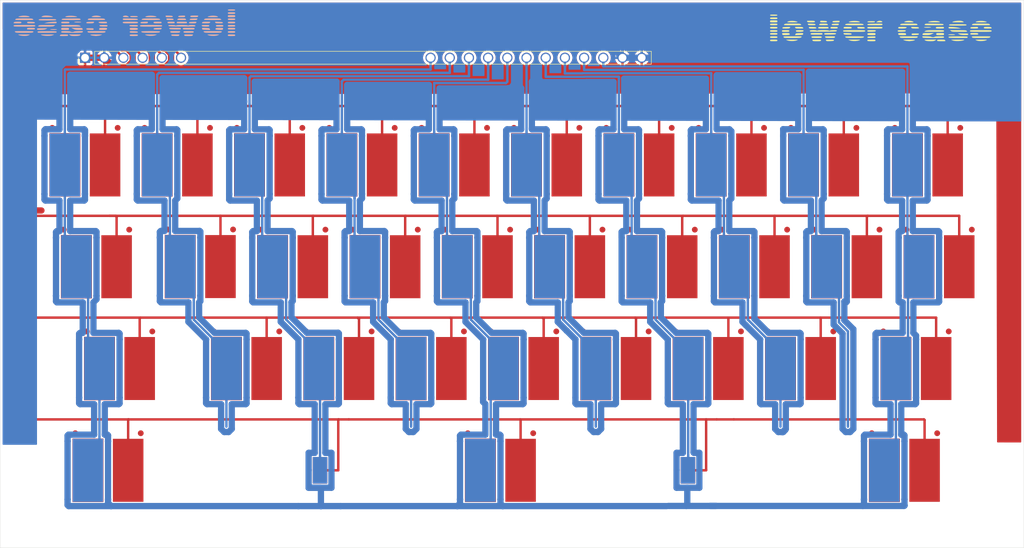
<source format=kicad_pcb>
(kicad_pcb (version 20211014) (generator pcbnew)
  (title_block (title "The Lower Case") (date "2022-08-11") (rev "1") (company "KringKrong") (comment 1 "A 32% Model F inspired PCB") (comment 2 "Reddit: u/pocketfullofbugs") (comment 3 "Deskthority: Baby") (comment 4 "Discord: KringKrong"))
  (layers (0 "F.Cu" signal) (31 "B.Cu" signal) (34 "B.Paste" user) (35 "F.Paste" user) (36 "B.SilkS" user "B.Silkscreen") (37 "F.SilkS" user "F.Silkscreen") (38 "B.Mask" user) (39 "F.Mask" user) (44 "Edge.Cuts" user))
  (net 0 "")
  (net 1 "GND")
  (net 2 "C9")
  (net 3 "C8")
  (net 4 "C7")
  (net 5 "C6")
  (net 6 "C5")
  (net 7 "C4")
  (net 8 "C3")
  (net 9 "C2")
  (net 10 "C1")
  (net 11 "C0")
  (net 12 "R3")
  (net 13 "R2")
  (net 14 "R1")
  (net 15 "R0")
  (footprint "model_d:capswitch2" (layer "F.Cu") (at 40 60)
    (fp_text reference "SW1" hide)
    (fp_text value "SW_Cap" hide)
  )
  (footprint "model_d:capswitch2" (layer "F.Cu") (at 42.38125 81)
    (fp_text reference locked "SW2" hide)
    (fp_text value "SW_Cap" hide)
  )
  (footprint "model_d:capswitch2" (layer "F.Cu") (at 47.14375 102)
    (fp_text reference "SW3" hide)
    (fp_text value "SW_Cap" hide)
  )
  (footprint "model_d:capswitch2" (layer "F.Cu") (at 44.7625 123)
    (fp_text reference "SW4" hide)
    (fp_text value "SW_Cap" hide)
  )
  (footprint "model_d:capswitch2" (layer "F.Cu") (at 59.05 60)
    (fp_text reference "SW5" hide)
    (fp_text value "SW_Cap" hide)
  )
  (footprint "model_d:capswitch2" (layer "F.Cu") (at 63.81 80.97)
    (fp_text reference locked "SW6" hide)
    (fp_text value "SW_Cap" hide)
  )
  (footprint "model_d:capswitch2" (layer "F.Cu") (at 73.3375 102)
    (fp_text reference "SW7" hide)
    (fp_text value "SW_Cap" hide)
  )
  (footprint "model_d:capswitch2" (layer "F.Cu") (at 125.725 123)
    (fp_text reference "SW8" hide)
    (fp_text value "SW_Cap" hide)
  )
  (footprint "model_d:capswitch2" (layer "F.Cu") (at 78.1 60)
    (fp_text reference "SW9" hide)
    (fp_text value "SW_Cap" hide)
  )
  (footprint "model_d:capswitch2" (layer "F.Cu") (at 82.8625 81)
    (fp_text reference locked "SW10" hide)
    (fp_text value "SW_Cap" hide)
  )
  (footprint "model_d:capswitch2" (layer "F.Cu") (at 92.3875 102)
    (fp_text reference "SW11" hide)
    (fp_text value "SW_Cap" hide)
  )
  (footprint "model_d:capswitch2" (layer "F.Cu") (at 209.06875 123)
    (fp_text reference "SW12" hide)
    (fp_text value "SW_Cap" hide)
  )
  (footprint "model_d:capswitch2" (layer "F.Cu") (at 97.15 60)
    (fp_text reference "SW13" hide)
    (fp_text value "SW_Cap" hide)
  )
  (footprint "model_d:capswitch2" (layer "F.Cu") (at 101.9125 81)
    (fp_text reference locked "SW14" hide)
    (fp_text value "SW_Cap" hide)
  )
  (footprint "model_d:capswitch2" (layer "F.Cu") (at 111.4375 102)
    (fp_text reference "SW15" hide)
    (fp_text value "SW_Cap" hide)
  )
  (footprint "model_d:capswitch2" (layer "F.Cu") (at 116.2 60)
    (fp_text reference "SW17" hide)
    (fp_text value "SW_Cap" hide)
  )
  (footprint "model_d:capswitch2" (layer "F.Cu") (at 120.9625 81)
    (fp_text reference locked "SW18" hide)
    (fp_text value "SW_Cap" hide)
  )
  (footprint "model_d:capswitch2" (layer "F.Cu") (at 130.4875 102)
    (fp_text reference "SW19" hide)
    (fp_text value "SW_Cap" hide)
  )
  (footprint "model_d:capswitch2" (layer "F.Cu") (at 135.25 60)
    (fp_text reference "SW21" hide)
    (fp_text value "SW_Cap" hide)
  )
  (footprint "model_d:capswitch2" (layer "F.Cu") (at 140.0125 81)
    (fp_text reference locked "SW22" hide)
    (fp_text value "SW_Cap" hide)
  )
  (footprint "model_d:capswitch2" (layer "F.Cu") (at 149.5375 102)
    (fp_text reference "SW23" hide)
    (fp_text value "SW_Cap" hide)
  )
  (footprint "model_d:capswitch2" (layer "F.Cu") (at 154.3 60)
    (fp_text reference "SW25" hide)
    (fp_text value "SW_Cap" hide)
  )
  (footprint "model_d:capswitch2" (layer "F.Cu") (at 159.0625 81)
    (fp_text reference "SW26" hide)
    (fp_text value "SW_Cap" hide)
  )
  (footprint "model_d:capswitch2" (layer "F.Cu") (at 168.5875 102)
    (fp_text reference "SW27" hide)
    (fp_text value "SW_Cap" hide)
  )
  (footprint "model_d:capswitch2" (layer "F.Cu") (at 173.35 60)
    (fp_text reference "SW29" hide)
    (fp_text value "SW_Cap" hide)
  )
  (footprint "model_d:capswitch2" (layer "F.Cu") (at 178.1125 81)
    (fp_text reference locked "SW30" hide)
    (fp_text value "SW_Cap" hide)
  )
  (footprint "model_d:capswitch2" (layer "F.Cu") (at 187.6375 102)
    (fp_text reference "SW31" hide)
    (fp_text value "SW_Cap" hide)
  )
  (footprint "model_d:capswitch2" (layer "F.Cu") (at 192.4 60)
    (fp_text reference "SW33" hide)
    (fp_text value "SW_Cap" hide)
  )
  (footprint "model_d:capswitch2" (layer "F.Cu") (at 197.1625 81)
    (fp_text reference locked "SW34" hide)
    (fp_text value "SW_Cap" hide)
  )
  (footprint "model_d:capswitch2" (layer "F.Cu") (at 211.45 102)
    (fp_text reference "SW35" hide)
    (fp_text value "SW_Cap" hide)
  )
  (footprint "model_d:capswitch2" (layer "F.Cu") (at 213.83125 60)
    (fp_text reference "SW37" hide)
    (fp_text value "SW_Cap" hide)
  )
  (footprint "model_d:capswitch2" (layer "F.Cu") (at 216.2125 81)
    (fp_text reference locked "SW38" hide)
    (fp_text value "SW_Cap" hide)
  )
  (footprint "model_d:testpad" (layer "F.Cu") (at 88.35 122.95)
    (fp_text reference "SW50" hide)
    (fp_text value "SW_Cap" hide)
  )
  (footprint "footprints:Model_F_3.96mm_pitch_footprint" (layer "F.Cu") (at 40.02 37.89 90)
    (fp_text reference "J1" hide)
    (fp_text value "Conn_01x30" hide)
  )
  (footprint "model_d:testpad" (layer "F.Cu") (at 164.25 122.95)
    (fp_text reference "SW51" hide)
    (fp_text value "SW_Cap" hide)
  )
  (footprint "LOGO" (layer "F.Cu") (at 204.19 31.69)
    (fp_text reference "G***" hide)
    (fp_text value "LOGO" hide)
  )
  (footprint "LOGO" (layer "B.Cu") (at 48.14 30.62 180)
    (fp_text reference "G***" hide)
    (fp_text value "LOGO" hide)
  )
  (gr_rect (start 22.5 26) (end 233.66 139) (layer "Edge.Cuts") (width 0.05) (fill none))
  (segment (start 49.84 37.102994) (end 48.727006 35.99) (width 1.3) (layer "F.Cu") (net 1))
  (segment (start 24.76 33.2) (end 24.76 33.101828) (width 1.3) (layer "F.Cu") (net 1))
  (segment (start 53.8 36.75) (end 52.98 35.93) (width 1.3) (layer "F.Cu") (net 1))
  (segment (start 56.647006 35.99) (end 57.76 37.102994) (width 1.3) (layer "F.Cu") (net 1))
  (segment (start 24.81 105.694366) (end 24.81 33.25) (width 1.3) (layer "F.Cu") (net 1))
  (segment (start 53.42 39.79) (end 48.727006 39.79) (width 1.3) (layer "F.Cu") (net 1))
  (segment (start 48.727006 35.99) (end 47.595634 35.99) (width 1.3) (layer "F.Cu") (net 1))
  (segment (start 53.48 39.79) (end 53.45 39.76) (width 1.3) (layer "F.Cu") (net 1))
  (segment (start 26.057817 106.942183) (end 24.81 105.694366) (width 1.3) (layer "F.Cu") (net 1))
  (segment (start 51.778274 35.93) (end 49.638274 33.79) (width 1.3) (layer "F.Cu") (net 1))
  (segment (start 52.98 35.93) (end 51.778274 35.93) (width 1.3) (layer "F.Cu") (net 1))
  (segment (start 45.725634 34.12) (end 29.964366 34.12) (width 1.3) (layer "F.Cu") (net 1))
  (segment (start 53.8 36.75) (end 53.8 37.52) (width 1.3) (layer "F.Cu") (net 1))
  (segment (start 43.98 37.89) (end 45.88 39.79) (width 1.3) (layer "F.Cu") (net 1))
  (segment (start 27.01 33.963096) (end 27.01 90.32) (width 1.3) (layer "F.Cu") (net 1))
  (segment (start 53.891268 33.73) (end 56.151268 35.99) (width 1.3) (layer "F.Cu") (net 1))
  (segment (start 53.8 39.47) (end 53.48 39.79) (width 1.3) (layer "F.Cu") (net 1))
  (segment (start 40.02 37.89) (end 43.98 37.89) (width 1.3) (layer "F.Cu") (net 1))
  (segment (start 57.76 38.677006) (end 56.647006 39.79) (width 1.3) (layer "F.Cu") (net 1))
  (segment (start 49.638274 33.79) (end 48.506902 33.79) (width 1.3) (layer "F.Cu") (net 1))
  (segment (start 47.595634 35.99) (end 45.725634 34.12) (width 1.3) (layer "F.Cu") (net 1))
  (segment (start 48.506902 33.79) (end 46.636902 31.92) (width 1.3) (layer "F.Cu") (net 1))
  (segment (start 53.45 39.76) (end 53.42 39.79) (width 1.3) (layer "F.Cu") (net 1))
  (segment (start 29.3 69.4) (end 31.02 69.4) (width 1.3) (layer "F.Cu") (net 1))
  (segment (start 27.01 90.32) (end 28.81 90.32) (width 1.3) (layer "F.Cu") (net 1))
  (segment (start 24.76 33.101828) (end 28.141828 29.72) (width 1.3) (layer "F.Cu") (net 1))
  (segment (start 53.620001 36.570001) (end 53.8 36.75) (width 1.3) (layer "F.Cu") (net 1))
  (segment (start 48.727006 39.79) (end 45.88 39.79) (width 1.3) (layer "F.Cu") (net 1))
  (segment (start 29.053096 31.92) (end 27.01 33.963096) (width 1.3) (layer "F.Cu") (net 1))
  (segment (start 46.636902 31.92) (end 29.053096 31.92) (width 1.3) (layer "F.Cu") (net 1))
  (segment (start 57.76 37.102994) (end 57.76 38.677006) (width 1.3) (layer "F.Cu") (net 1))
  (segment (start 29.3 34.784365) (end 29.3 69.4) (width 1.3) (layer "F.Cu") (net 1))
  (segment (start 49.41817 31.59) (end 50.549542 31.59) (width 1.3) (layer "F.Cu") (net 1))
  (segment (start 48.727006 39.79) (end 49.84 38.677006) (width 1.3) (layer "F.Cu") (net 1))
  (segment (start 53.8 37.52) (end 53.620001 36.570001) (width 1.3) (layer "F.Cu") (net 1))
  (segment (start 52.689542 33.73) (end 53.891268 33.73) (width 1.3) (layer "F.Cu") (net 1))
  (segment (start 49.84 38.677006) (end 49.84 37.102994) (width 1.3) (layer "F.Cu") (net 1))
  (segment (start 53.8 37.52) (end 53.8 39.47) (width 1.3) (layer "F.Cu") (net 1))
  (segment (start 56.151268 35.99) (end 56.647006 35.99) (width 1.3) (layer "F.Cu") (net 1))
  (segment (start 56.647006 39.79) (end 53.48 39.79) (width 1.3) (layer "F.Cu") (net 1))
  (segment (start 47.54817 29.72) (end 49.41817 31.59) (width 1.3) (layer "F.Cu") (net 1))
  (segment (start 24.81 33.25) (end 24.76 33.2) (width 1.3) (layer "F.Cu") (net 1))
  (segment (start 50.549542 31.59) (end 52.689542 33.73) (width 1.3) (layer "F.Cu") (net 1))
  (segment (start 29.964366 34.12) (end 29.3 34.784365) (width 1.3) (layer "F.Cu") (net 1))
  (segment (start 28.141828 29.72) (end 47.54817 29.72) (width 1.3) (layer "F.Cu") (net 1))
  (segment (start 158.9125 73.65) (end 159.0625 73.8) (width 1.3) (layer "B.Cu") (net 1))
  (segment (start 197.1625 75) (end 197.1625 87) (width 1.3) (layer "B.Cu") (net 1))
  (segment (start 92.3875 96) (end 92.3875 108) (width 1.3) (layer "B.Cu") (net 1))
  (segment (start 38.99375 109.35) (end 38.79375 109.15) (width 1.3) (layer "B.Cu") (net 1))
  (segment (start 92.2375 94.63) (end 92.3875 94.78) (width 1.3) (layer "B.Cu") (net 1))
  (segment (start 88.68 126.82) (end 88.68 130.37) (width 1.3) (layer "B.Cu") (net 1))
  (segment (start 117.375 117) (end 117.375 129) (width 1.3) (layer "B.Cu") (net 1))
  (segment (start 137.55 92.3725) (end 139.38 94.2025) (width 1.3) (layer "B.Cu") (net 1))
  (segment (start 177.9625 73.65) (end 178.1125 73.8) (width 1.3) (layer "B.Cu") (net 1))
  (segment (start 163.3475 109.35) (end 163.3475 119.4) (width 1.3) (layer "B.Cu") (net 1))
  (segment (start 82.8625 73.8) (end 82.8625 75) (width 1.3) (layer "B.Cu") (net 1))
  (segment (start 64.9875 108) (end 64.9875 109.15) (width 1.3) (layer "B.Cu") (net 1))
  (segment (start 125.725 115.8) (end 125.725 117) (width 1.3) (layer "B.Cu") (net 1))
  (segment (start 78.1 53.98) (end 78.1 65.98) (width 1.3) (layer "B.Cu") (net 1))
  (segment (start 84.0375 108) (end 84.0375 109.15) (width 1.3) (layer "B.Cu") (net 1))
  (segment (start 104.858769 94.65) (end 111.2875 94.65) (width 1.3) (layer "B.Cu") (net 1))
  (segment (start 146.15 52.65) (end 149.05 52.65) (width 1.3) (layer "B.Cu") (net 1))
  (segment (start 127.305635 44.21) (end 127.345635 44.17) (width 1.3) (layer "B.Cu") (net 1))
  (segment (start 86.15 119.4) (end 86.15 126.6) (width 1.3) (layer "B.Cu") (net 1))
  (segment (start 135.25 66) (end 135.25 66.92) (width 1.3) (layer "B.Cu") (net 1))
  (segment (start 44.7625 115.8) (end 44.7625 117) (width 1.3) (layer "B.Cu") (net 1))
  (segment (start 116.05 52.65) (end 113.15 52.65) (width 1.3) (layer "B.Cu") (net 1))
  (segment (start 93.5625 73.85) (end 93.5625 75) (width 1.3) (layer "B.Cu") (net 1))
  (segment (start 87.4 109.35) (end 87.4 119.4) (width 1.3) (layer "B.Cu") (net 1))
  (segment (start 47.14375 109.2) (end 46.99375 109.35) (width 1.3) (layer "B.Cu") (net 1))
  (segment (start 120.9725 75.01) (end 120.9725 87.01) (width 1.3) (layer "B.Cu") (net 1))
  (segment (start 141.1875 95.999999) (end 141.1875 109.16) (width 1.3) (layer "B.Cu") (net 1))
  (segment (start 130.4875 94.8) (end 130.4875 96) (width 1.3) (layer "B.Cu") (net 1))
  (segment (start 113.15 44.21) (end 127.305635 44.21) (width 1.3) (layer "B.Cu") (net 1))
  (segment (start 69.75 52.85) (end 69.75 54) (width 1.3) (layer "B.Cu") (net 1))
  (segment (start 196.82 88.35) (end 197.0125 88.35) (width 1.3) (layer "B.Cu") (net 1))
  (segment (start 197.1625 88.2) (end 197.1625 87) (width 1.3) (layer "B.Cu") (net 1))
  (segment (start 134.82 67.35) (end 134.82 73.65) (width 1.3) (layer "B.Cu") (net 1))
  (segment (start 44.09375 109.35) (end 44.09375 115.65) (width 1.3) (layer "B.Cu") (net 1))
  (segment (start 162.05 119.4) (end 162.05 122.8) (width 1.3) (layer "B.Cu") (net 1))
  (segment (start 139.75 91.451231) (end 142.948769 94.65) (width 1.3) (layer "B.Cu") (net 1))
  (segment (start 205.68125 52.65) (end 205.48125 52.85) (width 1.3) (layer "B.Cu") (net 1))
  (segment (start 92.3875 109.2) (end 92.2375 109.35) (width 1.3) (layer "B.Cu") (net 1))
  (segment (start 206.2 115.65) (end 206.2 109.35) (width 1.3) (layer "B.Cu") (net 1))
  (segment (start 208.4 109.35) (end 211.3 109.35) (width 1.3) (layer "B.Cu") (net 1))
  (segment (start 97.15 52.8) (end 97.15 54) (width 1.3) (layer "B.Cu") (net 1))
  (segment (start 154.3 52.8) (end 154.3 54) (width 1.3) (layer "B.Cu") (net 1))
  (segment (start 120.71 88.35) (end 120.71 91.461231) (width 1.3) (layer "B.Cu") (net 1))
  (segment (start 115.78 73.65) (end 120.8125 73.65) (width 1.3) (layer "B.Cu") (net 1))
  (segment (start 38.79375 96) (end 38.79375 108) (width 1.3) (layer "B.Cu") (net 1))
  (segment (start 108.3875 114.455635) (end 108.3875 109.35) (width 1.3) (layer "B.Cu") (net 1))
  (segment (start 130.4875 108) (end 130.4875 109.2) (width 1.3) (layer "B.Cu") (net 1))
  (segment (start 144.2875 114.455635) (end 144.931865 115.1) (width 1.3) (layer "B.Cu") (net 1))
  (segment (start 120.9625 73.8) (end 120.9625 75) (width 1.3) (layer "B.Cu") (net 1))
  (segment (start 107.743135 115.1) (end 108.3875 114.455635) (width 1.3) (layer "B.Cu") (net 1))
  (segment (start 149.3875 94.65) (end 149.5375 94.8) (width 1.3) (layer "B.Cu") (net 1))
  (segment (start 36.96 52.65) (end 39.85 52.65) (width 1.3) (layer "B.Cu") (net 1))
  (segment (start 150.7125 73.85) (end 150.7125 75) (width 1.3) (layer "B.Cu") (net 1))
  (segment (start 211.3 109.35) (end 211.45 109.2) (width 1.3) (layer "B.Cu") (net 1))
  (segment (start 59.05 66.92) (end 58.62 67.35) (width 1.3) (layer "B.Cu") (net 1))
  (segment (start 151.68 67.35) (end 151.68 73.65) (width 1.3) (layer "B.Cu") (net 1))
  (segment (start 158.81 91.461231) (end 161.998769 94.65) (width 1.3) (layer "B.Cu") (net 1))
  (segment (start 93.7625 73.65) (end 93.5625 73.85) (width 1.3) (layer "B.Cu") (net 1))
  (segment (start 116.2 66) (end 116.2 66.93) (width 1.3) (layer "B.Cu") (net 1))
  (segment (start 117.575 115.65) (end 117.375 115.85) (width 1.3) (layer "B.Cu") (net 1))
  (segment (start 112.62 88.13) (end 112.85 88.36) (width 1.3) (layer "B.Cu") (net 1))
  (segment (start 179.2875 95.999999) (end 179.2875 109.16) (width 1.3) (layer "B.Cu") (net 1))
  (segment (start 69.643135 115.1) (end 70.2875 114.455635) (width 1.3) (layer "B.Cu") (net 1))
  (segment (start 209.856885 37.89) (end 150.9 37.89) (width 1.3) (layer "B.Cu") (net 1))
  (segment (start 184.05 54) (end 184.05 66) (width 1.3) (layer "B.Cu") (net 1))
  (segment (start 86.15 126.6) (end 88.46 126.6) (width 1.3) (layer "B.Cu") (net 1))
  (segment (start 151.25 42.19) (end 151.25 52.65) (width 1.3) (layer "B.Cu") (net 1))
  (segment (start 46.99375 109.35) (end 44.09375 109.35) (width 1.3) (layer "B.Cu") (net 1))
  (segment (start 117.375 129.835) (end 116.83 130.38) (width 1.3) (layer "B.Cu") (net 1))
  (segment (start 189.35 40.79) (end 208.58125 40.79) (width 1.3) (layer "B.Cu") (net 1))
  (segment (start 50.7 66) (end 50.7 67.15) (width 1.3) (layer "B.Cu") (net 1))
  (segment (start 132.35 52.65) (end 132.2 52.5) (width 1.3) (layer "B.Cu") (net 1))
  (segment (start 116.83 130.38) (end 126.2 130.38) (width 1.3) (layer "B.Cu") (net 1))
  (segment (start 122.1375 108.8775) (end 122.61 109.35) (width 1.3) (layer "B.Cu") (net 1))
  (segment (start 160.4375 109.35) (end 163.3475 109.35) (width 1.3) (layer "B.Cu") (net 1))
  (segment (start 192.4 66) (end 192.4 66.92) (width 1.3) (layer "B.Cu") (net 1))
  (segment (start 36.95 67.35) (end 36.95 73.65) (width 1.3) (layer "B.Cu") (net 1))
  (segment (start 38.99375 94.65) (end 38.79375 94.85) (width 1.3) (layer "B.Cu") (net 1))
  (segment (start 198.52 114.435635) (end 198.52 93.894365) (width 1.3) (layer "B.Cu") (net 1))
  (segment (start 64.9875 96) (end 64.9875 108) (width 1.3) (layer "B.Cu") (net 1))
  (segment (start 211.45 108) (end 211.45 96) (width 1.3) (layer "B.Cu") (net 1))
  (segment (start 73.3375 109.2) (end 73.3375 108) (width 1.3) (layer "B.Cu") (net 1))
  (segment (start 200.91875 115.65) (end 206.2 115.65) (width 1.3) (layer "B.Cu") (net 1))
  (segment (start 36.4125 129) (end 36.4125 117) (width 1.3) (layer "B.Cu") (net 1))
  (segment (start 68.731865 115.1) (end 69.643135 115.1) (width 1.3) (layer "B.Cu") (net 1))
  (segment (start 200.71875 117) (end 200.71875 115.85) (width 1.3) (layer "B.Cu") (net 1))
  (segment (start 145.95 54) (end 145.95 66) (width 1.3) (layer "B.Cu") (net 1))
  (segment (start 58.62 67.35) (end 58.62 73.62) (width 1.3) (layer "B.Cu") (net 1))
  (segment (start 208.58125 52.65) (end 205.68125 52.65) (width 1.3) (layer "B.Cu") (net 1))
  (segment (start 106.1875 109.35) (end 106.1875 114.455635) (width 1.3) (layer "B.Cu") (net 1))
  (segment (start 55.46 86.97) (end 55.46 88.12) (width 1.3) (layer "B.Cu") (net 1))
  (segment (start 150.7225 75.01) (end 150.7225 87.01) (width 1.3) (layer "B.Cu") (net 1))
  (segment (start 32.81 52.65) (end 34.73 52.65) (width 1.3) (layer "B.Cu") (net 1))
  (segment (start 39.55 94.65) (end 38.99375 94.65) (width 1.3) (layer "B.Cu") (net 1))
  (segment (start 116.2 66.93) (end 115.78 67.35) (width 1.3) (layer "B.Cu") (net 1))
  (segment (start 175.65 88.36) (end 175.65 92.3725) (width 1.3) (layer "B.Cu") (net 1))
  (segment (start 69.75 66) (end 69.75 67.15) (width 1.3) (layer "B.Cu") (net 1))
  (segment (start 101.9125 88.0875) (end 101.65 88.35) (width 1.3) (layer "B.Cu") (net 1))
  (segment (start 200.71875 129) (end 200.71875 130.11125) (width 1.3) (layer "B.Cu") (net 1))
  (segment (start 165 52.85) (end 165.2 52.65) (width 1.3) (layer "B.Cu") (net 1))
  (segment (start 169 130.35) (end 200.48 130.35) (width 1.3) (layer "B.Cu") (net 1))
  (segment (start 94.1 52.65) (end 97 52.65) (width 1.3) (layer "B.Cu") (net 1))
  (segment (start 45.39 130.38) (end 84.04 130.38) (width 1.3) (layer "B.Cu") (net 1))
  (segment (start 74.7125 88.35) (end 80.4 88.35) (width 1.3) (layer "B.Cu") (net 1))
  (segment (start 169.76 88.13) (end 169.99 88.36) (width 1.3) (layer "B.Cu") (net 1))
  (segment (start 127.1 52.65) (end 126.9 52.85) (width 1.3) (layer "B.Cu") (net 1))
  (segment (start 183.943135 115.1) (end 183.69 115.1) (width 1.3) (layer "B.Cu") (net 1))
  (segment (start 73.1875 109.35) (end 73.3375 109.2) (width 1.3) (layer "B.Cu") (net 1))
  (segment (start 84.0375 109.15) (end 84.2375 109.35) (width 1.3) (layer "B.Cu") (net 1))
  (segment (start 187.4875 109.36) (end 184.5875 109.36) (width 1.3) (layer "B.Cu") (net 1))
  (segment (start 208.7 94.65) (end 203.3 94.65) (width 1.3) (layer "B.Cu") (net 1))
  (segment (start 159.0625 75) (end 159.0625 87) (width 1.3) (layer "B.Cu") (net 1))
  (segment (start 209.09 130.25) (end 209.06875 130.22875) (width 1.3) (layer "B.Cu") (net 1))
  (segment (start 176.304366 93.016865) (end 179.2875 95.999999) (width 1.3) (layer "B.Cu") (net 1))
  (segment (start 55.4625 75) (end 55.4625 87) (width 1.3) (layer "B.Cu") (net 1))
  (segment (start 173.35 66.92) (end 172.92 67.35) (width 1.3) (layer "B.Cu") (net 1))
  (segment (start 84.04 130.38) (end 88.69 130.38) (width 1.3) (layer "B.Cu") (net 1))
  (segment (start 88.8 66) (end 88.8 67.15) (width 1.3) (layer "B.Cu") (net 1))
  (segment (start 101.7625 73.64) (end 101.9125 73.79) (width 1.3) (layer "B.Cu") (net 1))
  (segment (start 170.72 67.35) (end 165.2 67.35) (width 1.3) (layer "B.Cu") (net 1))
  (segment (start 88.68 130.37) (end 88.69 130.38) (width 1.3) (layer "B.Cu") (net 1))
  (segment (start 145.95 54) (end 145.95 52.85) (width 1.3) (layer "B.Cu") (net 1))
  (segment (start 78.1 54) (end 78.1 52.8) (width 1.3) (layer "B.Cu") (net 1))
  (segment (start 93.5625 74.99) (end 93.5625 86.99) (width 1.3) (layer "B.Cu") (net 1))
  (segment (start 179.4875 109.36) (end 182.3875 109.36) (width 1.3) (layer "B.Cu") (net 1))
  (segment (start 113.15 52.65) (end 113.15 44.21) (width 1.3) (layer "B.Cu") (net 1))
  (segment (start 88.8 52.85) (end 88.8 54) (width 1.3) (layer "B.Cu") (net 1))
  (segment (start 63.81 73.77) (end 63.81 74.97) (width 1.3) (layer "B.Cu") (net 1))
  (segment (start 187.15 52.64) (end 187.15 41.49) (width 1.3) (layer "B.Cu") (net 1))
  (segment (start 184.05 66) (end 184.05 67.15) (width 1.3) (layer "B.Cu") (net 1))
  (segment (start 183.031865 115.1) (end 184.06 115.1) (width 1.3) (layer "B.Cu") (net 1))
  (segment (start 36.4125 129) (end 36.4125 130.15) (width 1.3) (layer "B.Cu") (net 1))
  (segment (start 87.4 119.4) (end 86.15 119.4) (width 1.3) (layer "B.Cu") (net 1))
  (segment (start 216.2125 75) (end 216.2125 73.8) (width 1.3) (layer "B.Cu") (net 1))
  (segment (start 97.15 53.99) (end 97.15 65.99) (width 1.3) (layer "B.Cu") (net 1))
  (segment (start 40 54) (end 40 66) (width 1.3) (layer "B.Cu") (net 1))
  (segment (start 42.23125 73.65) (end 42.38125 73.8) (width 1.3) (layer "B.Cu") (net 1))
  (segment (start 91.9 42.81) (end 91.9 52.65) (width 1.3) (layer "B.Cu") (net 1))
  (segment (start 125.575 115.65) (end 125.725 115.8) (width 1.3) (layer "B.Cu") (net 1))
  (segment (start 140.0125 88.0875) (end 139.75 88.35) (width 1.3) (layer "B.Cu") (net 1))
  (segment (start 188.81 88.16) (end 189.01 88.36) (width 1.3) (layer "B.Cu") (net 1))
  (segment (start 103.2875 109.35) (end 106.1875 109.35) (width 1.3) (layer "B.Cu") (net 1))
  (segment (start 88.46 126.6) (end 88.68 126.82) (width 1.3) (layer "B.Cu") (net 1))
  (segment (start 184.05 67.15) (end 184.25 67.35) (width 1.3) (layer "B.Cu") (net 1))
  (segment (start 168.4375 94.65) (end 168.5875 94.8) (width 1.3) (layer "B.Cu") (net 1))
  (segment (start 162.05 123.1) (end 162.05 126.6) (width 1.3) (layer "B.Cu") (net 1))
  (segment (start 68.0875 109.35) (end 68.0875 114.455635) (width 1.3) (layer "B.Cu") (net 1))
  (segment (start 144.2875 109.36) (end 144.2875 114.455635) (width 1.3) (layer "B.Cu") (net 1))
  (segment (start 178.1125 75.01) (end 178.1125 87.01) (width 1.3) (layer "B.Cu") (net 1))
  (segment (start 189.77 73.65) (end 189.0125 73.65) (width 1.3) (layer "B.Cu") (net 1))
  (segment (start 145.95 52.85) (end 146.15 52.65) (width 1.3) (layer "B.Cu") (net 1))
  (segment (start 42.38125 87.71875) (end 41.75 88.35) (width 1.3) (layer "B.Cu") (net 1))
  (segment (start 205.48125 66) (end 205.48125 67.15) (width 1.3) (layer "B.Cu") (net 1))
  (segment (start 108.05 52.65) (end 110.95 52.65) (width 1.3) (layer "B.Cu") (net 1))
  (segment (start 187.4875 94.65) (end 181.048769 94.65) (width 1.3) (layer "B.Cu") (net 1))
  (segment (start 44.7625 129) (end 44.7625 129.7525) (width 1.3) (layer "B.Cu") (net 1))
  (segment (start 117.375 115.85) (end 117.375 117) (width 1.3) (layer "B.Cu") (net 1))
  (segment (start 72.85 47.895634) (end 72.85 52.65) (width 1.3) (layer "B.Cu") (net 1))
  (segment (start 184.05 52.65) (end 184.04 52.64) (width 1.3) (layer "B.Cu") (net 1))
  (segment (start 203.1 94.85) (end 203.1 96) (width 1.3) (layer "B.Cu") (net 1))
  (segment (start 56.42 67.35) (end 56.42 73.62) (width 1.3) (layer "B.Cu") (net 1))
  (segment (start 150.72 86.98) (end 150.72 88.13) (width 1.3) (layer "B.Cu") (net 1))
  (segment (start 197.0125 88.35) (end 197.1625 88.2) (width 1.3) (layer "B.Cu") (net 1))
  (segment (start 169.76 86.98) (end 169.76 88.13) (width 1.3) (layer "B.Cu") (net 1))
  (segment (start 187.6375 94.8) (end 187.4875 94.65) (width 1.3) (layer "B.Cu") (net 1))
  (segment (start 210.9 88.35) (end 216.0625 88.35) (width 1.3) (layer "B.Cu") (net 1))
  (segment (start 41.89375 109.35) (end 38.99375 109.35) (width 1.3) (layer "B.Cu") (net 1))
  (segment (start 131.66 86.98) (end 131.66 88.13) (width 1.3) (layer "B.Cu") (net 1))
  (segment (start 208.58125 67.35) (end 208.58125 73.65) (width 1.3) (layer "B.Cu") (net 1))
  (segment (start 34.23125 88.35) (end 39.55 88.35) (width 1.3) (layer "B.Cu") (net 1))
  (segment (start 207.8625 88.15) (end 208.0625 88.35) (width 1.3) (layer "B.Cu") (net 1))
  (segment (start 184.25 67.35) (end 189.77 67.35) (width 1.3) (layer "B.Cu") (net 1))
  (segment (start 101.9125 74.99) (end 101.9125 86.99) (width 1.3) (layer "B.Cu") (net 1))
  (segment (start 91.9 52.65) (end 89 52.65) (width 1.3) (layer "B.Cu") (net 1))
  (segment (start 34.03125 75) (end 34.03125 87) (width 1.3) (layer "B.Cu") (net 1))
  (segment (start 74.5125 88.15) (end 74.7125 88.35) (width 1.3) (layer "B.Cu") (net 1))
  (segment (start 130.4875 96) (end 130.4875 108) (width 1.3) (layer "B.Cu") (net 1))
  (segment (start 31.65 54) (end 31.65 66) (width 1.3) (layer "B.Cu") (net 1))
  (segment (start 112.8125 73.65) (end 112.6125 73.85) (width 1.3) (layer "B.Cu") (net 1))
  (segment (start 194.46 92.945634) (end 196.3 94.785634) (width 1.3) (layer "B.Cu") (net 1))
  (segment (start 106.1875 114.455635) (end 106.831865 115.1) (width 1.3) (layer "B.Cu") (net 1))
  (segment (start 42.38125 87) (end 42.38125 87.71875) (width 1.3) (layer "B.Cu") (net 1))
  (segment (start 168.5975 108.01) (end 168.5975 109.21) (width 1.3) (layer "B.Cu") (net 1))
  (segment (start 146.4875 114.455635) (end 145.843135 115.1) (width 1.3) (layer "B.Cu") (net 1))
  (segment (start 187.15 41.49) (end 170.36 41.49) (width 1.3) (layer "B.Cu") (net 1))
  (segment (start 96.72 73.64) (end 101.7625 73.64) (width 1.3) (layer "B.Cu") (net 1))
  (segment (start 101.65 91.441231) (end 104.858769 94.65) (width 1.3) (layer "B.Cu") (net 1))
  (segment (start 94.1 43.51) (end 94.1 52.65) (width 1.3) (layer "B.Cu") (net 1))
  (segment (start 211.45 96) (end 211.45 95.2) (width 1.3) (layer "B.Cu") (net 1))
  (segment (start 123.898769 94.65) (end 130.3375 94.65) (width 1.3) (layer "B.Cu") (net 1))
  (segment (start 134.82 73.65) (end 139.8625 73.65) (width 1.3) (layer "B.Cu") (net 1))
  (segment (start 72.85 52.65) (end 69.95 52.65) (width 1.3) (layer "B.Cu") (net 1))
  (segment (start 72.85 46.944366) (end 72.83 46.964366) (width 1.3) (layer "B.Cu") (net 1))
  (segment (start 41.75 88.35) (end 41.75 94.65) (width 1.3) (layer "B.Cu") (net 1))
  (segment (start 103.0875 95.99) (end 103.0875 107.99) (width 1.3) (layer "B.Cu") (net 1))
  (segment (start 112.6125 73.85) (end 112.6125 75) (width 1.3) (layer "B.Cu") (net 1))
  (segment (start 69.95 52.65) (end 69.75 52.85) (width 1.3) (layer "B.Cu") (net 1))
  (segment (start 208.4 115.65) (end 208.4 109.35) (width 1.3) (layer "B.Cu") (net 1))
  (segment (start 146.4875 109.35) (end 149.3875 109.35) (width 1.3) (layer "B.Cu") (net 1))
  (segment (start 93.5625 88.15) (end 93.7625 88.35) (width 1.3) (layer "B.Cu") (net 1))
  (segment (start 40 52.9) (end 40 54) (width 1.3) (layer "B.Cu") (net 1))
  (segment (start 194.46 88.36) (end 194.46 92.945634) (width 1.3) (layer "B.Cu") (net 1))
  (segment (start 34.03125 87) (end 34.03125 88.15) (width 1.3) (layer "B.Cu") (net 1))
  (segment (start 150.72 88.13) (end 150.95 88.36) (width 1.3) (layer "B.Cu") (net 1))
  (segment (start 107.85 54) (end 107.85 52.85) (width 1.3) (layer "B.Cu") (net 1))
  (segment (start 101.65 88.35) (end 101.65 91.441231) (width 1.3) (layer "B.Cu") (net 1))
  (segment (start 169.7625 73.85) (end 169.9625 73.65) (width 1.3) (layer "B.Cu") (net 1))
  (segment (start 189.35 52.65) (end 189.35 40.79) (width 1.3) (layer "B.Cu") (net 1))
  (segment (start 127.345635 44.17) (end 130 44.17) (width 1.3) (layer "B.Cu") (net 1))
  (segment (start 176.294365 93.016865) (end 176.304366 93.016865) (width 1.3) (layer "B.Cu") (net 1))
  (segment (start 92.73 130.38) (end 116.83 130.38) (width 1.3) (layer "B.Cu") (net 1))
  (segment (start 112.6225 75.01) (end 112.6225 87.01) (width 1.3) (layer "B.Cu") (net 1))
  (segment (start 74.5125 87) (end 74.5125 88.15) (width 1.3) (layer "B.Cu") (net 1))
  (segment (start 216.2125 87) (end 216.2125 75) (width 1.3) (layer "B.Cu") (net 1))
  (segment (start 111.4375 109.2) (end 111.4375 108) (width 1.3) (layer "B.Cu") (net 1))
  (segment (start 47.14375 96) (end 47.14375 108) (width 1.3) (layer "B.Cu") (net 1))
  (segment (start 170.3 41.55) (end 170.3 52.61) (width 1.3) (layer "B.Cu") (net 1))
  (segment (start 90.85 126.6) (end 86.15 126.6) (width 1.3) (layer "B.Cu") (net 1))
  (segment (start 75.05 42.81) (end 91.9 42.81) (width 1.3) (layer "B.Cu") (net 1))
  (segment (start 89.6 119.4) (end 90.85 119.4) (width 1.3) (layer "B.Cu") (net 1))
  (segment (start 154.3 66.93) (end 153.88 67.35) (width 1.3) (layer "B.Cu") (net 1))
  (segment (start 207.8625 87) (end 207.8625 88.15) (width 1.3) (layer "B.Cu") (net 1))
  (segment (start 216.0625 73.65) (end 210.78125 73.65) (width 1.3) (layer "B.Cu") (net 1))
  (segment (start 154.15 52.65) (end 154.3 52.8) (width 1.3) (layer "B.Cu") (net 1))
  (segment (start 200.48 130.35) (end 208.99 130.35) (width 1.3) (layer "B.Cu") (net 1))
  (segment (start 210.9 94.65) (end 210.9 88.35) (width 1.3) (layer "B.Cu") (net 1))
  (segment (start 130 44.17) (end 130 52.65) (width 1.3) (layer "B.Cu") (net 1))
  (segment (start 39.55 88.35) (end 39.55 94.65) (width 1.3) (layer "B.Cu") (net 1))
  (segment (start 213.83125 67.2) (end 213.83125 66) (width 1.3) (layer "B.Cu") (net 1))
  (segment (start 90.85 119.4) (end 90.85 126.6) (width 1.3) (layer "B.Cu") (net 1))
  (segment (start 170.72 73.65) (end 170.72 67.35) (width 1.3) (layer "B.Cu") (net 1))
  (segment (start 59.05 66) (end 59.05 66.92) (width 1.3) (layer "B.Cu") (net 1))
  (segment (start 175.65 92.3725) (end 176.294365 93.016865) (width 1.3) (layer "B.Cu") (net 1))
  (segment (start 63.81 74.97) (end 63.81 86.97) (width 1.3) (layer "B.Cu") (net 1))
  (segment (start 188.81 87.01) (end 188.81 88.16) (width 1.3) (layer "B.Cu") (net 1))
  (segment (start 47.14375 94.8) (end 47.14375 96) (width 1.3) (layer "B.Cu") (net 1))
  (segment (start 205.48125 54) (end 205.48125 66) (width 1.3) (layer "B.Cu") (net 1))
  (segment (start 126.2 130.38) (end 160.02 130.38) (width 1.3) (layer "B.Cu") (net 1))
  (segment (start 213.68125 52.65) (end 210.79 52.65) (width 1.3) (layer "B.Cu") (net 1))
  (segment (start 146.4875 114.455635) (end 146.4875 109.35) (width 1.3) (layer "B.Cu") (net 1))
  (segment (start 80.4 88.35) (end 80.4 92.3625) (width 1.3) (layer "B.Cu") (net 1))
  (segment (start 216.2125 88.2) (end 216.2125 87) (width 1.3) (layer "B.Cu") (net 1))
  (segment (start 40 66) (end 40 67.2) (width 1.3) (layer "B.Cu") (net 1))
  (segment (start 135.25 54) (end 135.25 52.8) (width 1.3) (layer "B.Cu") (net 1))
  (segment (start 173.35 66) (end 173.35 66.92) (width 1.3) (layer "B.Cu") (net 1))
  (segment (start 208.7 88.35) (end 208.7 94.65) (width 1.3) (layer "B.Cu") (net 1))
  (segment (start 159.0625 88.0975) (end 158.81 88.35) (width 1.3) (layer "B.Cu") (net 1))
  (segment (start 120.71 91.461231) (end 123.898769 94.65) (width 1.3) (layer "B.Cu") (net 1))
  (segment (start 117.375 129) (end 117.375 129.835) (width 1.3) (layer "B.Cu") (net 1))
  (segment (start 99.45 92.3625) (end 103.0875 96) (width 1.3) (layer "B.Cu") (net 1))
  (segment (start 154.3 66) (end 154.3 66.93) (width 1.3) (layer "B.Cu") (net 1))
  (segment (start 125.725 129.905) (end 126.2 130.38) (width 1.3) (layer "B.Cu") (net 1))
  (segment (start 82.6 91.431231) (end 85.798769 94.63) (width 1.3) (layer "B.Cu") (net 1))
  (segment (start 154.3 54) (end 154.3 66) (width 1.3) (layer "B.Cu") (net 1))
  (segment (start 135.25 66.92) (end 134.82 67.35) (width 1.3) (layer "B.Cu") (net 1))
  (segment (start 50.9 52.65) (end 53.8 52.65) (width 1.3) (layer "B.Cu") (net 1))
  (segment (start 73.3375 96) (end 73.3375 108) (width 1.3) (layer "B.Cu") (net 1))
  (segment (start 205.48125 67.15) (end 205.68125 67.35) (width 1.3) (layer "B.Cu") (net 1))
  (segment (start 40 67.2) (end 39.85 67.35) (width 1.3) (layer "B.Cu") (net 1))
  (segment (start 207.8625 73.85) (end 207.8625 75) (width 1.3) (layer "B.Cu") (net 1))
  (segment (start 205.68125 67.35) (end 208.58125 67.35) (width 1.3) (layer "B.Cu") (net 1))
  (segment (start 116.21 54.01) (end 116.21 66.01) (width 1.3) (layer "B.Cu") (net 1))
  (segment (start 203.3 94.65) (end 203.1 94.85) (width 1.3) (layer "B.Cu") (net 1))
  (segment (start 74.5125 74.98) (end 74.5125 86.98) (width 1.3) (layer "B.Cu") (net 1))
  (segment (start 139.8625 73.65) (end 140.0125 73.8) (width 1.3) (layer "B.Cu") (net 1))
  (segment (start 63.81 86.97) (end 63.81 88.09) (width 1.3) (layer "B.Cu") (net 1))
  (segment (start 166.75 126.6) (end 164.26 126.6) (width 1.3) (layer "B.Cu") (net 1))
  (segment (start 197.0125 73.65) (end 197.1625 73.8) (width 1.3) (layer "B.Cu") (net 1))
  (segment (start 110.95 43.51) (end 94.1 43.51) (width 1.3) (layer "B.Cu") (net 1))
  (segment (start 169.99 88.36) (end 175.65 88.36) (width 1.3) (layer "B.Cu") (net 1))
  (segment (start 165.2 52.65) (end 168.1 52.65) (width 1.3) (layer "B.Cu") (net 1))
  (segment (start 101.9125 87) (end 101.9125 88.0875) (width 1.3) (layer "B.Cu") (net 1))
  (segment (start 151.25 52.65) (end 154.15 52.65) (width 1.3) (layer "B.Cu") (net 1))
  (segment (start 58.9 52.65) (end 56 52.65) (width 1.3) (layer "B.Cu") (net 1))
  (segment (start 196.66 92.034366) (end 196.66 88.19) (width 1.3) (layer "B.Cu") (net 1))
  (segment (start 205.48125 52.85) (end 205.48125 54) (width 1.3) (layer "B.Cu") (net 1))
  (segment (start 208.58125 73.65) (end 208.0625 73.65) (width 1.3) (layer "B.Cu") (net 1))
  (segment (start 113.58 73.65) (end 112.8125 73.65) (width 1.3) (layer "B.Cu") (net 1))
  (segment (start 164.06 130.35) (end 170.18 130.35) (width 1.3) (layer "B.Cu") (net 1))
  (segment (start 59.05 54) (end 59.05 52.8) (width 1.3) (layer "B.Cu") (net 1))
  (segment (start 158.81 88.35) (end 158.81 91.461231) (width 1.3) (layer "B.Cu") (net 1))
  (segment (start 73.1875 94.65) (end 73.3375 94.8) (width 1.3) (layer "B.Cu") (net 1))
  (segment (start 70.2875 109.35) (end 73.1875 109.35) (width 1.3) (layer "B.Cu") (net 1))
  (segment (start 131.6625 75.01) (end 131.6625 87.01) (width 1.3) (layer "B.Cu") (net 1))
  (segment (start 122.1375 108) (end 122.1375 108.8775) (width 1.3) (layer "B.Cu") (net 1))
  (segment (start 110.95 52.65) (end 110.95 43.51) (width 1.3) (layer "B.Cu") (net 1))
  (segment (start 111.4375 96) (end 111.4375 108) (width 1.3) (layer "B.Cu") (net 1))
  (segment (start 78.1 66) (end 78.1 66.92) (width 1.3) (layer "B.Cu") (net 1))
  (segment (start 165 66) (end 165 54) (width 1.3) (layer "B.Cu") (net 1))
  (segment (start 58.62 73.62) (end 63.66 73.62) (width 1.3) (layer "B.Cu") (net 1))
  (segment (start 211.45 95.2) (end 210.9 94.65) (width 1.3) (layer "B.Cu") (net 1))
  (segment (start 203.1 109.15) (end 203.1 108) (width 1.3) (layer "B.Cu") (net 1))
  (segment (start 39.85 67.35) (end 36.95 67.35) (width 1.3) (layer "B.Cu") (net 1))
  (segment (start 63.66 73.62) (end 63.81 73.77) (width 1.3) (layer "B.Cu") (net 1))
  (segment (start 32.79 52.63) (end 32.81 52.65) (width 1.3) (layer "B.Cu") (net 1))
  (segment (start 139.390001 94.2025) (end 141.1875 95.999999) (width 1.3) (layer "B.Cu") (net 1))
  (segment (start 208.0625 88.35) (end 208.7 88.35) (width 1.3) (layer "B.Cu") (net 1))
  (segment (start 74.5125 73.85) (end 74.5125 75) (width 1.3) (layer "B.Cu") (net 1))
  (segment (start 184.5875 114.455635) (end 183.943135 115.1) (width 1.3) (layer "B.Cu") (net 1))
  (segment (start 153.88 73.65) (end 158.9125 73.65) (width 1.3) (layer "B.Cu") (net 1))
  (segment (start 184.05 54) (end 184.05 52.65) (width 1.3) (layer "B.Cu") (net 1))
  (segment (start 112.85 88.36) (end 118.51 88.36) (width 1.3) (layer "B.Cu") (net 1))
  (segment (start 196.66 88.19) (end 196.82 88.35) (width 1.3) (layer "B.Cu") (net 1))
  (segment (start 200.71875 130.11125) (end 200.48 130.35) (width 1.3) (layer "B.Cu") (net 1))
  (segment (start 135.1 52.65) (end 132.35 52.65) (width 1.3) (layer "B.Cu") (net 1))
  (segment (start 55.69 88.35) (end 61.35 88.35) (width 1.3) (layer "B.Cu") (net 1))
  (segment (start 196.944365 115.1) (end 197.855635 115.1) (width 1.3) (layer "B.Cu") (net 1))
  (segment (start 168.5875 94.8) (end 168.5875 96) (width 1.3) (layer "B.Cu") (net 1))
  (segment (start 210.79 52.65) (end 210.79 38.823115) (width 1.3) (layer "B.Cu") (net 1))
  (segment (start 209.06875 117) (end 209.06875 129) (width 1.3) (layer "B.Cu") (net 1))
  (segment (start 115.78 67.35) (end 115.78 73.65) (width 1.3) (layer "B.Cu") (net 1))
  (segment (start 120.8125 73.65) (end 120.9625 73.8) (width 1.3) (layer "B.Cu") (net 1))
  (segment (start 161.998769 94.65) (end 168.4375 94.65) (width 1.3) (layer "B.Cu") (net 1))
  (segment (start 165.5475 109.36) (end 165.5475 119.2975) (width 1.3) (layer "B.Cu") (net 1))
  (segment (start 131.89 88.36) (end 137.55 88.36) (width 1.3) (layer "B.Cu") (net 1))
  (segment (start 75.05 52.65) (end 75.05 42.81) (width 1.3) (layer "B.Cu") (net 1))
  (segment (start 126.9 52.85) (end 126.9 54) (width 1.3) (layer "B.Cu") (net 1))
  (segment (start 139.75 88.35) (end 139.75 91.451231) (width 1.3) (layer "B.Cu") (net 1))
  (segment (start 59.05 54) (end 59.05 66) (width 1.3) (layer "B.Cu") (net 1))
  (segment (start 197.855635 115.1) (end 198.52 114.435635) (width 1.3) (layer "B.Cu") (net 1))
  (segment (start 59.05 52.8) (end 58.9 52.65) (width 1.3) (layer "B.Cu") (net 1))
  (segment (start 77.95 52.65) (end 75.05 52.65) (width 1.3) (layer "B.Cu") (net 1))
  (segment (start 107.85 54) (end 107.85 66) (width 1.3) (layer "B.Cu") (net 1))
  (segment (start 130 52.65) (end 127.1 52.65) (width 1.3) (layer "B.Cu") (net 1))
  (segment (start 166.75 119.4) (end 166.75 126.6) (width 1.3) (layer "B.Cu") (net 1))
  (segment (start 196.3 94.785634) (end 196.3 114.455635) (width 1.3) (layer "B.Cu") (net 1))
  (segment (start 39.85 52.65) (end 40 52.8) (width 1.3) (layer "B.Cu") (net 1))
  (segment (start 84.2375 109.35) (end 87.4 109.35) (width 1.3) (layer "B.Cu") (net 1))
  (segment (start 97 52.65) (end 97.15 52.8) (width 1.3) (layer "B.Cu") (net 1))
  (segment (start 209.06875 130.22875) (end 209.06875 129) (width 1.3) (layer "B.Cu") (net 1))
  (segment (start 103.0875 109.15) (end 103.2875 109.35) (width 1.3) (layer "B.Cu") (net 1))
  (segment (start 38.894417 35.78) (end 34.75 39.924417) (width 1.3) (layer "B.Cu") (net 1))
  (segment (start 34.75 52.65) (end 33.7 52.65) (width 1.3) (layer "B.Cu") (net 1))
  (segment (start 188.8125 75) (end 188.8125 87) (width 1.3) (layer "B.Cu") (net 1))
  (segment (start 94.52 67.35) (end 94.52 73.65) (width 1.3) (layer "B.Cu") (net 1))
  (segment (start 118.51 92.3725) (end 122.1475 96.01) (width 1.3) (layer "B.Cu") (net 1))
  (segment (start 78.1 52.8) (end 77.95 52.65) (width 1.3) (layer "B.Cu") (net 1))
  (segment (start 61.35 88.35) (end 61.35 92.3625) (width 1.3) (layer "B.Cu") (net 1))
  (segment (start 145.95 66) (end 145.95 67.15) (width 1.3) (layer "B.Cu") (net 1))
  (segment (start 124.81 115.65) (end 125.575 115.65) (width 1.3) (layer "B.Cu") (net 1))
  (segment (start 184.06 115.1) (end 184.51 114.65) (width 1.3) (layer "B.Cu") (net 1))
  (segment (start 144.931865 115.1) (end 145.843135 115.1) (width 1.3) (layer "B.Cu") (net 1))
  (segment (start 172.92 67.35) (end 172.92 73.65) (width 1.3) (layer "B.Cu") (net 1))
  (segment (start 216.2125 73.8) (end 216.0625 73.65) (width 1.3) (layer "B.Cu") (net 1))
  (segment (start 82.8625 75) (end 82.8625 87) (width 1.3) (layer "B.Cu") (net 1))
  (segment (start 126.9 66) (end 126.9 67.15) (width 1.3) (layer "B.Cu") (net 1))
  (segment (start 44.7625 129.7525) (end 45.39 130.38) (width 1.3) (layer "B.Cu") (net 1))
  (segment (start 111.2875 94.65) (end 111.4375 94.8) (width 1.3) (layer "B.Cu") (net 1))
  (segment (start 64.9875 109.15) (end 65.1875 109.35) (width 1.3) (layer "B.Cu") (net 1))
  (segment (start 42.38125 73.8) (end 42.38125 75) (width 1.3) (layer "B.Cu") (net 1))
  (segment (start 143.405635 42.92) (end 132.3 42.92) (width 1.3) (layer "B.Cu") (net 1))
  (segment (start 131.8625 73.65) (end 131.6625 73.85) (width 1.3) (layer "B.Cu") (net 1))
  (segment (start 118.51 88.36) (end 118.51 92.3725) (width 1.3) (layer "B.Cu") (net 1))
  (segment (start 187.6375 108.01) (end 187.6375 109.21) (width 1.3) (layer "B.Cu") (net 1))
  (segment (start 139.38 94.2025) (end 139.390001 94.2025) (width 1.3) (layer "B.Cu") (net 1))
  (segment (start 75.47 67.35) (end 75.47 73.65) (width 1.3) (layer "B.Cu") (net 1))
  (segment (start 34.23125 73.65) (end 34.03125 73.85) (width 1.3) (layer "B.Cu") (net 1))
  (segment (start 203.3 109.35) (end 203.1 109.15) (width 1.3) (layer "B.Cu") (net 1))
  (segment (start 159.0625 87) (end 159.0625 88.0975) (width 1.3) (layer "B.Cu") (net 1))
  (segment (start 108.3875 109.35) (end 111.2875 109.35) (width 1.3) (layer "B.Cu") (net 1))
  (segment (start 47.14375 108) (end 47.14375 109.2) (width 1.3) (layer "B.Cu") (net 1))
  (segment (start 169.7625 75) (end 169.7625 73.85) (width 1.3) (layer "B.Cu") (net 1))
  (segment (start 75.47 73.65) (end 74.7125 73.65) (width 1.3) (layer "B.Cu") (net 1))
  (segment (start 88.8 54) (end 88.8 66) (width 1.3) (layer "B.Cu") (net 1))
  (segment (start 82.6 88.33) (end 82.6 91.431231) (width 1.3) (layer "B.Cu") (net 1))
  (segment (start 31.65 67.15) (end 31.85 67.35) (width 1.3) (layer "B.Cu") (net 1))
  (segment (start 116.2 54) (end 116.2 52.8) (width 1.3) (layer "B.Cu") (net 1))
  (segment (start 111.2875 109.35) (end 111.4375 109.2) (width 1.3) (layer "B.Cu") (net 1))
  (segment (start 92.2375 109.35) (end 89.6 109.35) (width 1.3) (layer "B.Cu") (net 1))
  (segment (start 181.048769 94.65) (end 178.1125 91.713731) (width 1.3) (layer "B.Cu") (net 1))
  (segment (start 140.0125 87) (end 140.0125 75) (width 1.3) (layer "B.Cu") (net 1))
  (segment (start 107.85 52.85) (end 108.05 52.65) (width 1.3) (layer "B.Cu") (net 1))
  (segment (start 65.1875 109.35) (end 68.0875 109.35) (width 1.3) (layer "B.Cu") (net 1))
  (segment (start 63.81 88.09) (end 63.55 88.35) (width 1.3) (layer "B.Cu") (net 1))
  (segment (start 107.85 67.15) (end 108.05 67.35) (width 1.3) (layer "B.Cu") (net 1))
  (segment (start 130.3375 109.35) (end 124.81 109.35) (width 1.3) (layer "B.Cu") (net 1))
  (segment (start 56 42.11) (end 72.85 42.11) (width 1.3) (layer "B.Cu") (net 1))
  (segment (start 168.1 52.65) (end 168.1 42.19) (width 1.3) (layer "B.Cu") (net 1))
  (segment (start 82.86 88.07) (end 82.6 88.33) (width 1.3) (layer "B.Cu") (net 1))
  (segment (start 172.95 52.65) (end 173.35 53.05) (width 1.3) (layer "B.Cu") (net 1))
  (segment (start 137.55 88.36) (end 137.55 92.3725) (width 1.3) (layer "B.Cu") (net 1))
  (segment (start 111.4375 94.8) (end 111.4375 96) (width 1.3) (layer "B.Cu") (net 1))
  (segment (start 131.66 88.13) (end 131.89 88.36) (width 1.3) (layer "B.Cu") (net 1))
  (segment (start 68.0875 114.455635) (end 68.731865 115.1) (width 1.3) (layer "B.Cu") (net 1))
  (segment (start 44.6125 115.65) (end 44.7625 115.8) (width 1.3) (layer "B.Cu") (net 1))
  (segment (start 213.83125 66) (end 213.83125 54) (width 1.3) (layer "B.Cu") (net 1))
  (segment (start 142.948769 94.65) (end 149.3875 94.65) (width 1.3) (layer "B.Cu") (net 1))
  (segment (start 107.85 66) (end 107.85 67.15) (width 1.3) (layer "B.Cu") (net 1))
  (segment (start 165.2 67.35) (end 165 67.15) (width 1.3) (layer "B.Cu") (net 1))
  (segment (start 122.61 109.35) (end 122.61 115.65) (width 1.3) (layer "B.Cu") (net 1))
  (segment (start 164.26 126.6) (end 164.26 130.13002) (width 1.3) (layer "B.Cu") (net 1))
  (segment (start 168.5975 109.21) (end 168.4475 109.36) (width 1.3) (layer "B.Cu") (net 1))
  (segment (start 50.7 52.85) (end 50.9 52.65) (width 1.3) (layer "B.Cu") (net 1))
  (segment (start 210.78125 67.35) (end 213.68125 67.35) (width 1.3) (layer "B.Cu") (net 1))
  (segment (start 44.7625 117) (end 44.7625 129) (width 1.3) (layer "B.Cu") (net 1))
  (segment (start 165 67.15) (end 165 66) (width 1.3) (layer "B.Cu") (net 1))
  (segment (start 34.03125 73.85) (end 34.03125 75) (width 1.3) (layer "B.Cu") (net 1))
  (segment (start 126.9 67.15) (end 127.1 67.35) (width 1.3) (layer "B.Cu") (net 1))
  (segment (start 213.83125 54) (end 213.83125 52.8) (width 1.3) (layer "B.Cu") (net 1))
  (segment (start 156.61 92.3725) (end 160.2475 96.01) (width 1.3) (layer "B.Cu") (net 1))
  (segment (start 187.6375 109.21) (end 187.4875 109.36) (width 1.3) (layer "B.Cu") (net 1))
  (segment (start 170.34 52.65) (end 172.95 52.65) (width 1.3) (layer "B.Cu") (net 1))
  (segment (start 40 52.8) (end 40 54) (width 1.3) (layer "B.Cu") (net 1))
  (segment (start 165.5475 119.2975) (end 165.65 119.4) (width 1.3) (layer "B.Cu") (net 1))
  (segment (start 126.9 54) (end 126.9 66) (width 1.3) (layer "B.Cu") (net 1))
  (segment (start 191.97 67.35) (end 191.97 73.65) (width 1.3) (layer "B.Cu") (net 1))
  (segment (start 188.8125 73.85) (end 188.8125 75) (width 1.3) (layer "B.Cu") (net 1))
  (segment (start 78.1 66.92) (end 77.67 67.35) (width 1.3) (layer "B.Cu") (net 1))
  (segment (start 173.35 54) (end 173.35 66) (width 1.3) (layer "B.Cu") (net 1))
  (segment (start 50.7 54) (end 50.7 52.85) (width 1.3) (layer "B.Cu") (net 1))
  (segment (start 120.9625 88.0975) (end 120.71 88.35) (width 1.3) (layer "B.Cu") (net 1))
  (segment (start 127.1 67.35) (end 132.62 67.35) (width 1.3) (layer "B.Cu") (net 1))
  (segment (start 92.3875 108) (end 92.3875 109.2) (width 1.3) (layer "B.Cu") (net 1))
  (segment (start 36.4125 115.85) (end 36.6125 115.65) (width 1.3) (layer "B.Cu") (net 1))
  (segment (start 131.6625 73.85) (end 131.6625 75) (width 1.3) (layer "B.Cu") (net 1))
  (segment (start 169.7625 75.01) (end 169.7625 87.01) (width 1.3) (layer "B.Cu") (net 1))
  (segment (start 44.09375 115.65) (end 44.6125 115.65) (width 1.3) (layer "B.Cu") (net 1))
  (segment (start 182.3875 114.455635) (end 183.031865 115.1) (width 1.3) (layer "B.Cu") (net 1))
  (segment (start 38.79375 94.85) (end 38.79375 96) (width 1.3) (layer "B.Cu") (net 1))
  (segment (start 165.65 119.4) (end 166.75 119.4) (width 1.3) (layer "B.Cu") (net 1))
  (segment (start 150.9125 73.65) (end 150.7125 73.85) (width 1.3) (layer "B.Cu") (net 1))
  (segment (start 34.75 67.35) (end 34.75 73.65) (width 1.3) (layer "B.Cu") (net 1))
  (segment (start 53.8 52.65) (end 53.8 41.41) (width 1.3) (layer "B.Cu") (net 1))
  (segment (start 89 67.35) (end 94.52 67.35) (width 1.3) (layer "B.Cu") (net 1))
  (segment (start 31.85 67.35) (end 34.75 67.35) (width 1.3) (layer "B.Cu") (net 1))
  (segment (start 82.86 86.95) (end 82.86 88.07) (width 1.3) (layer "B.Cu") (net 1))
  (segment (start 56.42 73.62) (end 55.66 73.62) (width 1.3) (layer "B.Cu") (net 1))
  (segment (start 74.7125 73.65) (end 74.5125 73.85) (width 1.3) (layer "B.Cu") (net 1))
  (segment (start 36.4125 117) (end 36.4125 115.85) (width 1.3) (layer "B.Cu") (net 1))
  (segment (start 55.46 73.82) (end 55.46 74.97) (width 1.3) (layer "B.Cu") (net 1))
  (segment (start 206.2 109.35) (end 203.3 109.35) (width 1.3) (layer "B.Cu") (net 1))
  (segment (start 191.97 73.65) (end 197.0125 73.65) (width 1.3) (layer "B.Cu") (net 1))
  (segment (start 82.7125 73.65) (end 82.8625 73.8) (width 1.3) (layer "B.Cu") (net 1))
  (segment (start 189.01 88.36) (end 194.46 88.36) (width 1.3) (layer "B.Cu") (net 1))
  (segment (start 192.4 52.8) (end 192.25 52.65) (width 1.3) (layer "B.Cu") (net 1))
  (segment (start 172.92 73.65) (end 177.9625 73.65) (width 1.3) (layer "B.Cu") (net 1))
  (segment (start 149.05 52.65) (end 149.05 42.89) (width 1.3) (layer "B.Cu") (net 1))
  (segment (start 34.75 73.65) (end 34.23125 73.65) (width 1.3) (layer "B.Cu") (net 1))
  (segment (start 146.15 67.35) (end 151.68 67.35) (width 1.3) (layer "B.Cu") (net 1))
  (segment (start 173.35 53.05) (end 173.35 54) (width 1.3) (layer "B.Cu") (net 1))
  (segment (start 31.65 54) (end 31.65 52.85) (width 1.3) (layer "B.Cu") (net 1))
  (segment (start 55.46 88.12) (end 55.69 88.35) (width 1.3) (layer "B.Cu") (net 1))
  (segment (start 200.71875 115.85) (end 200.91875 115.65) (width 1.3) (layer "B.Cu") (net 1))
  (segment (start 38.79375 109.15) (end 38.79375 108) (width 1.3) (layer "B.Cu") (net 1))
  (segment (start 164.26999 130.14001) (end 164.06 130.35) (width 1.3) (layer "B.Cu") (net 1))
  (segment (start 50.9 67.35) (end 56.42 67.35) (width 1.3) (layer "B.Cu") (net 1))
  (segment (start 192.4 66.92) (end 191.97 67.35) (width 1.3) (layer "B.Cu") (net 1))
  (segment (start 41.89375 115.65) (end 41.89375 109.35) (width 1.3) (layer "B.Cu") (net 1))
  (segment (start 184.04 52.64) (end 187.15 52.64) (width 1.3) (layer "B.Cu") (net 1))
  (segment (start 73.3375 94.8) (end 73.3375 96) (width 1.3) (layer "B.Cu") (net 1))
  (segment (start 160.2475 109.16) (end 160.4375 109.35) (width 1.3) (layer "B.Cu") (net 1))
  (segment (start 208.99 130.35) (end 209.09 130.25) (width 1.3) (layer "B.Cu") (net 1))
  (segment (start 162.05 126.6) (end 164.26 126.6) (width 1.3) (layer "B.Cu") (net 1))
  (segment (start 42.38125 75) (end 42.38125 87) (width 1.3) (layer "B.Cu") (net 1))
  (segment (start 149.5375 96) (end 149.5375 108) (width 1.3) (layer "B.Cu") (net 1))
  (segment (start 46.99375 94.65) (end 47.14375 94.8) (width 1.3) (layer "B.Cu") (net 1))
  (segment (start 168.1 42.19) (end 151.25 42.19) (width 1.3) (layer "B.Cu") (net 1))
  (segment (start 89.6 109.35) (end 89.6 119.4) (width 1.3) (layer "B.Cu") (net 1))
  (segment (start 108.05 67.35) (end 113.58 67.35) (width 1.3) (layer "B.Cu") (net 1))
  (segment (start 69.95 67.35) (end 75.47 67.35) (width 1.3) (layer "B.Cu") (net 1))
  (segment (start 122.1475 96.01) (end 122.1475 108.01) (width 1.3) (layer "B.Cu") (net 1))
  (segment (start 213.83125 52.8) (end 213.68125 52.65) (width 1.3) (layer "B.Cu") (net 1))
  (segment (start 125.725 129) (end 125.725 129.905) (width 1.3) (layer "B.Cu") (net 1))
  (segment (start 130.4875 109.2) (end 130.3375 109.35) (width 1.3) (layer "B.Cu") (net 1))
  (segment (start 132.3 42.92) (end 132.2 42.82) (width 1.3) (layer "B.Cu") (net 1))
  (segment (start 101.9125 73.79) (end 101.9125 74.99) (width 1.3) (layer "B.Cu") (net 1))
  (segment (start 209.06875 115.8) (end 208.91875 115.65) (width 1.3) (layer "B.Cu") (net 1))
  (segment (start 208.0625 73.65) (end 207.8625 73.85) (width 1.3) (layer "B.Cu") (net 1))
  (segment (start 150.9 37.89) (end 148.79 35.78) (width 1.3) (layer "B.Cu") (net 1))
  (segment (start 94.52 73.65) (end 93.7625 73.65) (width 1.3) (layer "B.Cu") (net 1))
  (segment (start 97.15 65.99) (end 97.15 66.91) (width 1.3) (layer "B.Cu") (net 1))
  (segment (start 61.35 92.3625) (end 64.9875 96) (width 1.3) (layer "B.Cu") (net 1))
  (segment (start 208.91875 115.65) (end 208.4 115.65) (width 1.3) (layer "B.Cu") (net 1))
  (segment (start 145.95 67.15) (end 146.15 67.35) (width 1.3) (layer "B.Cu") (net 1))
  (segment (start 140.0125 87) (end 140.0125 88.0875) (width 1.3) (layer "B.Cu") (net 1))
  (segment (start 149.3875 109.35) (end 149.5375 109.2) (width 1.3) (layer "B.Cu") (net 1))
  (segment (start 97.15 66.91) (end 96.72 67.34) (width 1.3) (layer "B.Cu") (net 1))
  (segment (start 170.3 52.61) (end 170.34 52.65) (width 1.3) (layer "B.Cu") (net 1))
  (segment (start 143.435635 42.89) (end 143.405635 42.92) (width 1.3) (layer "B.Cu") (net 1))
  (segment (start 210.79 38.823115) (end 209.856885 37.89) (width 1.3) (layer "B.Cu") (net 1))
  (segment (start 132.62 73.65) (end 131.8625 73.65) (width 1.3) (layer "B.Cu") (net 1))
  (segment (start 160.2475 96.01) (end 160.2475 109.16) (width 1.3) (layer "B.Cu") (net 1))
  (segment (start 36.95 73.65) (end 42.23125 73.65) (width 1.3) (layer "B.Cu") (net 1))
  (segment (start 163.3475 119.4) (end 162.05 119.4) (width 1.3) (layer "B.Cu") (net 1))
  (segment (start 189.0125 73.65) (end 188.8125 73.85) (width 1.3) (layer "B.Cu") (net 1))
  (segment (start 88.69 130.38) (end 92.73 130.38) (width 1.3) (layer "B.Cu") (net 1))
  (segment (start 150.95 88.36) (end 156.61 88.36) (width 1.3) (layer "B.Cu") (net 1))
  (segment (start 132.2 42.82) (end 132.2 52.65) (width 1.3) (layer "B.Cu") (net 1))
  (segment (start 36.6125 115.65) (end 41.89375 115.65) (width 1.3) (layer "B.Cu") (net 1))
  (segment (start 69.75 67.15) (end 69.95 67.35) (width 1.3) (layer "B.Cu") (net 1))
  (segment (start 168.5875 96) (end 168.5875 108) (width 1.3) (layer "B.Cu") (net 1))
  (segment (start 31.65 66) (end 31.65 67.15) (width 1.3) (layer "B.Cu") (net 1))
  (segment (start 92.3875 94.78) (end 92.3875 95.98) (width 1.3) (layer "B.Cu") (net 1))
  (segment (start 208.58125 40.79) (end 208.58125 52.65) (width 1.3) (layer "B.Cu") (net 1))
  (segment (start 192.4 54) (end 192.4 66) (width 1.3) (layer "B.Cu") (net 1))
  (segment (start 149.05 42.89) (end 143.435635 42.89) (width 1.3) (layer "B.Cu") (net 1))
  (segment (start 141.1875 109.16) (end 141.3875 109.36) (width 1.3) (layer "B.Cu") (net 1))
  (segment (start 89 52.65) (end 88.8 52.85) (width 1.3) (layer "B.Cu") (net 1))
  (segment (start 36.4125 130.15) (end 36.6425 130.38) (width 1.3) (layer "B.Cu") (net 1))
  (segment (start 189.77 67.35) (end 189.77 73.65) (width 1.3) (layer "B.Cu") (net 1))
  (segment (start 69.75 54) (end 69.75 66) (width 1.3) (layer "B.Cu") (net 1))
  (segment (start 85.798769 94.63) (end 92.2375 94.63) (width 1.3) (layer "B.Cu") (net 1))
  (segment (start 149.5375 109.2) (end 149.5375 108) (width 1.3) (layer "B.Cu") (net 1))
  (segment (start 72.85 42.11) (end 72.85 46.944366) (width 1.3) (layer "B.Cu") (net 1))
  (segment (start 213.68125 67.35) (end 213.83125 67.2) (width 1.3) (layer "B.Cu") (net 1))
  (segment (start 179.2875 109.16) (end 179.4875 109.36) (width 1.3) (layer "B.Cu") (net 1))
  (segment (start 151.68 73.65) (end 150.9125 73.65) (width 1.3) (layer "B.Cu") (net 1))
  (segment (start 148.79 35.78) (end 38.894417 35.78) (width 1.3) (layer "B.Cu") (net 1))
  (segment (start 103.0875 108) (end 103.0875 109.15) (width 1.3) (layer "B.Cu") (net 1))
  (segment (start 72.83 47.875634) (end 72.85 47.895634) (width 1.3) (layer "B.Cu") (net 1))
  (segment (start 135.25 54.01) (end 135.25 66.01) (width 1.3) (layer "B.Cu") (net 1))
  (segment (start 203.1 96) (end 203.1 108) (width 1.3) (layer "B.Cu") (net 1))
  (segment (start 63.55 91.451231) (end 66.748769 94.65) (width 1.3) (layer "B.Cu") (net 1))
  (segment (start 156.61 88.36) (end 156.61 92.3725) (width 1.3) (layer "B.Cu") (net 1))
  (segment (start 200.71875 117) (end 200.71875 129) (width 1.3) (layer "B.Cu") (net 1))
  (segment (start 36.6425 130.38) (end 45.39 130.38) (width 1.3) (layer "B.Cu") (net 1))
  (segment (start 153.88 67.35) (end 153.88 73.65) (width 1.3) (layer "B.Cu") (net 1))
  (segment (start 149.5375 94.8) (end 149.5375 96) (width 1.3) (layer "B.Cu") (net 1))
  (segment (start 164.26 130.13002) (end 164.26999 130.14001) (width 1.3) (layer "B.Cu") (net 1))
  (segment (start 178.1125 91.713731) (end 178.1125 87) (width 1.3) (layer "B.Cu") (net 1))
  (segment (start 122.61 115.65) (end 117.575 115.65) (width 1.3) (layer "B.Cu") (net 1))
  (segment (start 135.25 52.8) (end 135.1 52.65) (width 1.3) (layer "B.Cu") (net 1))
  (segment (start 196.3 114.455635) (end 196.944365 115.1) (width 1.3) (layer "B.Cu") (net 1))
  (segment (start 113.58 67.35) (end 113.58 73.65) (width 1.3) (layer "B.Cu") (net 1))
  (segment (start 140.0125 73.8) (end 140.0125 75) (width 1.3) (layer "B.Cu") (net 1))
  (segment (start 198.52 93.894365) (end 196.66 92.034366) (width 1.3) (layer "B.Cu") (net 1))
  (segment (start 192.4 54) (end 192.4 52.8) (width 1.3) (layer "B.Cu") (net 1))
  (segment (start 50.7 54) (end 50.7 66) (width 1.3) (layer "B.Cu") (net 1))
  (segment (start 116.2 52.8) (end 116.05 52.65) (width 1.3) (layer "B.Cu") (net 1))
  (segment (start 106.831865 115.1) (end 107.743135 115.1) (width 1.3) (layer "B.Cu") (net 1))
  (segment (start 31.65 52.85) (end 31.87 52.63) (width 1.3) (layer "B.Cu") (net 1))
  (segment (start 112.62 86.98) (end 112.62 88.13) (width 1.3) (layer "B.Cu") (net 1))
  (segment (start 77.67 67.35) (end 77.67 73.65) (width 1.3) (layer "B.Cu") (net 1))
  (segment (start 178.1125 73.8) (end 178.1125 75) (width 1.3) (layer "B.Cu") (net 1))
  (segment (start 192.25 52.65) (end 189.35 52.65) (width 1.3) (layer "B.Cu") (net 1))
  (segment (start 184.5875 109.36) (end 184.5875 114.455635) (width 1.3) (layer "B.Cu") (net 1))
  (segment (start 96.72 67.34) (end 96.72 73.64) (width 1.3) (layer "B.Cu") (net 1))
  (segment (start 209.06875 117) (end 209.06875 115.8) (width 1.3) (layer "B.Cu") (net 1))
  (segment (start 56 52.65) (end 56 42.11) (width 1.3) (layer "B.Cu") (net 1))
  (segment (start 187.6375 96) (end 187.6375 108) (width 1.3) (layer "B.Cu") (net 1))
  (segment (start 207.8625 75) (end 207.8625 87) (width 1.3) (layer "B.Cu") (net 1))
  (segment (start 120.9625 87) (end 120.9625 88.0975) (width 1.3) (layer "B.Cu") (net 1))
  (segment (start 93.5625 87) (end 93.5625 88.15) (width 1.3) (layer "B.Cu") (net 1))
  (segment (start 170.36 41.49) (end 170.3 41.55) (width 1.3) (layer "B.Cu") (net 1))
  (segment (start 132.62 67.35) (end 132.62 73.65) (width 1.3) (layer "B.Cu") (net 1))
  (segment (start 141.3875 109.36) (end 144.2875 109.36) (width 1.3) (layer "B.Cu") (net 1))
  (segment (start 187.6375 96) (end 187.6375 94.8) (width 1.3) (layer "B.Cu") (net 1))
  (segment (start 53.8 41.41) (end 36.96 41.41) (width 1.3) (layer "B.Cu") (net 1))
  (segment (start 66.748769 94.65) (end 73.1875 94.65) (width 1.3) (layer "B.Cu") (net 1))
  (segment (start 182.3875 109.36) (end 182.3875 114.455635) (width 1.3) (layer "B.Cu") (net 1))
  (segment (start 41.75 94.65) (end 46.99375 94.65) (width 1.3) (layer "B.Cu") (net 1))
  (segment (start 197.1625 73.8) (end 197.1625 75) (width 1.3) (layer "B.Cu") (net 1))
  (segment (start 130.3375 94.65) (end 130.4875 94.8) (width 1.3) (layer "B.Cu") (net 1))
  (segment (start 34.75 39.924417) (end 34.75 52.65) (width 1.3) (layer "B.Cu") (net 1))
  (segment (start 50.7 67.15) (end 50.9 67.35) (width 1.3) (layer "B.Cu") (net 1))
  (segment (start 31.87 52.63) (end 32.79 52.63) (width 1.3) (layer "B.Cu") (net 1))
  (segment (start 93.7625 88.35) (end 99.45 88.35) (width 1.3) (layer "B.Cu") (net 1))
  (segment (start 72.83 46.964366) (end 72.83 47.875634) (width 1.3) (layer "B.Cu") (net 1))
  (segment (start 124.81 109.35) (end 124.81 115.65) (width 1.3) (layer "B.Cu") (net 1))
  (segment (start 88.8 67.15) (end 89 67.35) (width 1.3) (layer "B.Cu") (net 1))
  (segment (start 165 54) (end 165 52.85) (width 1.3) (layer "B.Cu") (net 1))
  (segment (start 169.9625 73.65) (end 170.72 73.65) (width 1.3) (layer "B.Cu") (net 1))
  (segment (start 36.96 41.41) (end 36.96 52.65) (width 1.3) (layer "B.Cu") (net 1))
  (segment (start 77.67 73.65) (end 82.7125 73.65) (width 1.3) (layer "B.Cu") (net 1))
  (segment (start 125.725 117) (end 125.725 129) (width 1.3) (layer "B.Cu") (net 1))
  (segment (start 211.45 109.2) (end 211.45 108) (width 1.3) (layer "B.Cu") (net 1))
  (segment (start 34.03125 88.15) (end 34.23125 88.35) (width 1.3) (layer "B.Cu") (net 1))
  (segment (start 159.0625 73.8) (end 159.0625 75) (width 1.3) (layer "B.Cu") (net 1))
  (segment (start 70.2875 114.455635) (end 70.2875 109.35) (width 1.3) (layer "B.Cu") (net 1))
  (segment (start 160.35 130.35) (end 164.06 130.35) (width 1.3) (layer "B.Cu") (net 1))
  (segment (start 55.66 73.62) (end 55.46 73.82) (width 1.3) (layer "B.Cu") (net 1))
  (segment (start 80.4 92.3625) (end 84.0375 96) (width 1.3) (layer "B.Cu") (net 1))
  (segment (start 210.78125 73.65) (end 210.78125 67.35) (width 1.3) (layer "B.Cu") (net 1))
  (segment (start 168.4475 109.36) (end 165.5475 109.36) (width 1.3) (layer "B.Cu") (net 1))
  (segment (start 63.55 88.35) (end 63.55 91.451231) (width 1.3) (layer "B.Cu") (net 1))
  (segment (start 99.45 88.35) (end 99.45 92.3625) (width 1.3) (layer "B.Cu") (net 1))
  (segment (start 84.0375 95.98) (end 84.0375 107.98) (width 1.3) (layer "B.Cu") (net 1))
  (segment (start 216.0625 88.35) (end 216.2125 88.2) (width 1.3) (layer "B.Cu") (net 1))
  (segment (start 207.3 120.61875) (end 204.91875 123) (width 0.5) (layer "B.Cu") (net 2))
  (segment (start 209.68125 78.61875) (end 212.0625 81) (width 0.5) (layer "B.Cu") (net 2))
  (segment (start 212.0625 81) (end 209.8 83.2625) (width 0.5) (layer "B.Cu") (net 2))
  (segment (start 146.94 39.69) (end 146.94 37.89) (width 0.5) (layer "B.Cu") (net 2))
  (segment (start 209.68125 39.69) (end 146.94 39.69) (width 0.5) (layer "B.Cu") (net 2))
  (segment (start 209.8 99.5) (end 207.3 102) (width 0.5) (layer "B.Cu") (net 2))
  (segment (start 209.68125 60) (end 209.68125 39.69) (width 0.5) (layer "B.Cu") (net 2))
  (segment (start 209.68125 60) (end 209.68125 78.61875) (width 0.5) (layer "B.Cu") (net 2))
  (segment (start 207.3 102) (end 207.3 120.61875) (width 0.5) (layer "B.Cu") (net 2))
  (segment (start 209.8 83.2625) (end 209.8 99.5) (width 0.5) (layer "B.Cu") (net 2))
  (segment (start 193.0125 81) (end 195.56 83.5475) (width 0.5) (layer "B.Cu") (net 3))
  (segment (start 190.87 73.85) (end 190.87 62.62) (width 0.5) (layer "B.Cu") (net 3))
  (segment (start 197.4 94.33) (end 197.4 114) (width 0.5) (layer "B.Cu") (net 3))
  (segment (start 142.98 40.39) (end 142.98 37.89) (width 0.5) (layer "B.Cu") (net 3))
  (segment (start 188.25 40.41) (end 188.27 40.39) (width 0.5) (layer "B.Cu") (net 3))
  (segment (start 195.56 83.5475) (end 195.56 92.49) (width 0.5) (layer "B.Cu") (net 3))
  (segment (start 190.87 78.83) (end 190.87 73.85) (width 0.5) (layer "B.Cu") (net 3))
  (segment (start 190.87 62.62) (end 188.25 60) (width 0.5) (layer "B.Cu") (net 3))
  (segment (start 188.25 60) (end 188.25 40.41) (width 0.5) (layer "B.Cu") (net 3))
  (segment (start 193.01 80.97) (end 190.87 78.83) (width 0.5) (layer "B.Cu") (net 3))
  (segment (start 190.87 73.85) (end 190.87 78.8575) (width 0.5) (layer "B.Cu") (net 3))
  (segment (start 190.87 78.8575) (end 193.0125 81) (width 0.5) (layer "B.Cu") (net 3))
  (segment (start 195.8 83.76) (end 193.01 80.97) (width 0.5) (layer "B.Cu") (net 3))
  (segment (start 195.56 92.49) (end 197.4 94.33) (width 0.5) (layer "B.Cu") (net 3))
  (segment (start 188.27 40.39) (end 142.98 40.39) (width 0.5) (layer "B.Cu") (net 3))
  (segment (start 169.2 41.12) (end 169.17 41.09) (width 0.5) (layer "B.Cu") (net 4))
  (segment (start 169.17 41.09) (end 142.690051 41.09) (width 0.5) (layer "B.Cu") (net 4))
  (segment (start 139.02 41.12) (end 139.02 37.89) (width 0.5) (layer "B.Cu") (net 4))
  (segment (start 176.76 91.916865) (end 183.4875 98.644365) (width 0.5) (layer "B.Cu") (net 4))
  (segment (start 169.2 60) (end 169.2 41.12) (width 0.5) (layer "B.Cu") (net 4))
  (segment (start 176.75 83.77) (end 176.75 91.916865) (width 0.5) (layer "B.Cu") (net 4))
  (segment (start 142.690051 41.09) (end 142.660051 41.12) (width 0.5) (layer "B.Cu") (net 4))
  (segment (start 183.4875 98.644365) (end 183.4875 102) (width 0.5) (layer "B.Cu") (net 4))
  (segment (start 176.75 91.916865) (end 176.76 91.916865) (width 0.5) (layer "B.Cu") (net 4))
  (segment (start 171.82 78.84) (end 176.75 83.77) (width 0.5) (layer "B.Cu") (net 4))
  (segment (start 171.82 62.63) (end 171.82 78.84) (width 0.5) (layer "B.Cu") (net 4))
  (segment (start 142.660051 41.12) (end 139.02 41.12) (width 0.5) (layer "B.Cu") (net 4))
  (segment (start 169.2 60.01) (end 171.82 62.63) (width 0.5) (layer "B.Cu") (net 4))
  (segment (start 183.4875 114) (end 183.4875 98.654365) (width 0.5) (layer "B.Cu") (net 4))
  (segment (start 142.95 41.82) (end 135.11 41.82) (width 0.5) (layer "B.Cu") (net 5))
  (segment (start 150.15 60) (end 150.15 41.83) (width 0.5) (layer "B.Cu") (net 5))
  (segment (start 150.16 60.01) (end 152.78 62.63) (width 0.5) (layer "B.Cu") (net 5))
  (segment (start 164.4475 122.9825) (end 164.4 123.03) (width 0.5) (layer "B.Cu") (net 5))
  (segment (start 135.11 41.82) (end 135.06 41.77) (width 0.5) (layer "B.Cu") (net 5))
  (segment (start 157.71 91.916865) (end 164.4475 98.654365) (width 0.5) (layer "B.Cu") (net 5))
  (segment (start 157.71 83.77) (end 157.71 91.916865) (width 0.5) (layer "B.Cu") (net 5))
  (segment (start 152.78 62.63) (end 152.78 78.84) (width 0.5) (layer "B.Cu") (net 5))
  (segment (start 150.11 41.79) (end 142.980001 41.79) (width 0.5) (layer "B.Cu") (net 5))
  (segment (start 142.980001 41.79) (end 142.95 41.82) (width 0.5) (layer "B.Cu") (net 5))
  (segment (start 152.78 78.84) (end 157.71 83.77) (width 0.5) (layer "B.Cu") (net 5))
  (segment (start 150.15 41.83) (end 150.11 41.79) (width 0.5) (layer "B.Cu") (net 5))
  (segment (start 135.06 41.77) (end 135.06 37.89) (width 0.5) (layer "B.Cu") (net 5))
  (segment (start 164.4475 98.654365) (end 164.4475 122.9825) (width 0.5) (layer "B.Cu") (net 5))
  (segment (start 138.65 83.77) (end 138.65 91.916865) (width 0.5) (layer "B.Cu") (net 6))
  (segment (start 131.1 60) (end 131.1 37.89) (width 0.5) (layer "B.Cu") (net 6))
  (segment (start 145.3875 114) (end 145.3875 98.654365) (width 0.5) (layer "B.Cu") (net 6))
  (segment (start 138.65 91.906865) (end 145.3875 98.644365) (width 0.5) (layer "B.Cu") (net 6))
  (segment (start 133.72 78.84) (end 138.65 83.77) (width 0.5) (layer "B.Cu") (net 6))
  (segment (start 145.3875 98.644365) (end 145.3875 102) (width 0.5) (layer "B.Cu") (net 6))
  (segment (start 133.72 62.63) (end 133.72 78.84) (width 0.5) (layer "B.Cu") (net 6))
  (segment (start 131.1 60.01) (end 133.72 62.63) (width 0.5) (layer "B.Cu") (net 6))
  (segment (start 112.05 43.11) (end 112.05 60) (width 0.5) (layer "B.Cu") (net 7))
  (segment (start 114.68 78.84) (end 114.68 62.63) (width 0.5) (layer "B.Cu") (net 7))
  (segment (start 126.85 43.11) (end 112.05 43.11) (width 0.5) (layer "B.Cu") (net 7))
  (segment (start 127.14 37.89) (end 127.14 42.82) (width 0.5) (layer "B.Cu") (net 7))
  (segment (start 114.68 62.63) (end 112.06 60.01) (width 0.5) (layer "B.Cu") (net 7))
  (segment (start 127.14 42.82) (end 126.85 43.11) (width 0.5) (layer "B.Cu") (net 7))
  (segment (start 119.61 91.916865) (end 119.61 83.77) (width 0.5) (layer "B.Cu") (net 7))
  (segment (start 123.71 96.016865) (end 119.61 91.916865) (width 0.5) (layer "B.Cu") (net 7))
  (segment (start 123.71 120.865) (end 123.71 96.016865) (width 0.5) (layer "B.Cu") (net 7))
  (segment (start 119.61 83.77) (end 114.68 78.84) (width 0.5) (layer "B.Cu") (net 7))
  (segment (start 121.575 123) (end 123.71 120.865) (width 0.5) (layer "B.Cu") (net 7))
  (segment (start 95.62 66.89) (end 95.62 62.61) (width 0.5) (layer "B.Cu") (net 8))
  (segment (start 93 42.77) (end 93.36 42.41) (width 0.5) (layer "B.Cu") (net 8))
  (segment (start 95.62 62.62) (end 93 60) (width 0.5) (layer "B.Cu") (net 8))
  (segment (start 93 60) (end 93 42.77) (width 0.5) (layer "B.Cu") (net 8))
  (segment (start 123.18 42.41) (end 123.18 37.89) (width 0.5) (layer "B.Cu") (net 8))
  (segment (start 95.62 62.61) (end 93 59.99) (width 0.5) (layer "B.Cu") (net 8))
  (segment (start 107.2875 98.634365) (end 100.55 91.896865) (width 0.5) (layer "B.Cu") (net 8))
  (segment (start 107.2875 114) (end 107.2875 98.634365) (width 0.5) (layer "B.Cu") (net 8))
  (segment (start 95.62 78.82) (end 95.62 66.89) (width 0.5) (layer "B.Cu") (net 8))
  (segment (start 95.62 66.89) (end 95.62 62.62) (width 0.5) (layer "B.Cu") (net 8))
  (segment (start 93.36 42.41) (end 123.18 42.41) (width 0.5) (layer "B.Cu") (net 8))
  (segment (start 97.76 80.96) (end 95.62 78.82) (width 0.5) (layer "B.Cu") (net 8))
  (segment (start 100.55 91.896865) (end 100.55 83.75) (width 0.5) (layer "B.Cu") (net 8))
  (segment (start 100.55 83.75) (end 97.76 80.96) (width 0.5) (layer "B.Cu") (net 8))
  (segment (start 76.57 78.81) (end 76.57 62.6) (width 0.5) (layer "B.Cu") (net 9))
  (segment (start 76.57 62.6) (end 75.385 61.415) (width 0.5) (layer "B.Cu") (net 9))
  (segment (start 73.95 41.99) (end 74.23 41.71) (width 0.5) (layer "B.Cu") (net 9))
  (segment (start 81.5 91.886865) (end 81.5 83.74) (width 0.5) (layer "B.Cu") (net 9))
  (segment (start 119.22 41.71) (end 119.22 37.89) (width 0.5) (layer "B.Cu") (net 9))
  (segment (start 73.95 60) (end 73.95 47.44) (width 0.5) (layer "B.Cu") (net 9))
  (segment (start 75.385 61.415) (end 73.95 59.98) (width 0.5) (layer "B.Cu") (net 9))
  (segment (start 81.5 83.74) (end 76.57 78.81) (width 0.5) (layer "B.Cu") (net 9))
  (segment (start 73.97 60) (end 75.385 61.415) (width 1.3) (layer "B.Cu") (net 9))
  (segment (start 74.23 41.71) (end 119.22 41.71) (width 0.5) (layer "B.Cu") (net 9))
  (segment (start 73.95 47.44) (end 73.95 41.99) (width 0.5) (layer "B.Cu") (net 9))
  (segment (start 73.95 60) (end 73.97 60) (width 1.3) (layer "B.Cu") (net 9))
  (segment (start 88.5 102.2625) (end 88.5 123) (width 0.5) (layer "B.Cu") (net 9))
  (segment (start 88.2375 102) (end 88.5 102.2625) (width 0.25) (layer "B.Cu") (net 9))
  (segment (start 88.37 98.756865) (end 81.5 91.886865) (width 0.5) (layer "B.Cu") (net 9))
  (segment (start 69.1875 98.644365) (end 62.45 91.906865) (width 0.5) (layer "B.Cu") (net 10))
  (segment (start 59.66 80.97) (end 57.52 78.83) (width 0.5) (layer "B.Cu") (net 10))
  (segment (start 57.52 78.83) (end 57.52 62.62) (width 0.5) (layer "B.Cu") (net 10))
  (segment (start 115.26 41.01) (end 115.26 37.89) (width 0.5) (layer "B.Cu") (net 10))
  (segment (start 57.52 62.62) (end 54.9 60) (width 0.5) (layer "B.Cu") (net 10))
  (segment (start 69.1875 114) (end 69.1875 98.644365) (width 0.5) (layer "B.Cu") (net 10))
  (segment (start 62.45 83.76) (end 59.66 80.97) (width 0.5) (layer "B.Cu") (net 10))
  (segment (start 55.27 41.01) (end 115.26 41.01) (width 0.5) (layer "B.Cu") (net 10))
  (segment (start 54.9 60) (end 54.9 41.38) (width 0.5) (layer "B.Cu") (net 10))
  (segment (start 54.9 41.38) (end 55.27 41.01) (width 0.5) (layer "B.Cu") (net 10))
  (segment (start 62.45 91.906865) (end 62.45 83.76) (width 0.5) (layer "B.Cu") (net 10))
  (segment (start 42.99375 120.61875) (end 40.6125 123) (width 0.5) (layer "B.Cu") (net 11))
  (segment (start 40.65 99.65625) (end 42.99375 102) (width 0.5) (layer "B.Cu") (net 11))
  (segment (start 35.920051 40.31) (end 111.3 40.31) (width 0.5) (layer "B.Cu") (net 11))
  (segment (start 42.99375 102) (end 42.99375 120.61875) (width 0.5) (layer "B.Cu") (net 11))
  (segment (start 35.85 60) (end 35.85 40.380051) (width 0.5) (layer "B.Cu") (net 11))
  (segment (start 40.65 85.3) (end 40.65 99.65625) (width 0.5) (layer "B.Cu") (net 11))
  (segment (start 38.23125 82.88125) (end 40.65 85.3) (width 0.5) (layer "B.Cu") (net 11))
  (segment (start 38.23125 81) (end 38.23125 82.88125) (width 0.5) (layer "B.Cu") (net 11))
  (segment (start 35.85 40.380051) (end 35.920051 40.31) (width 0.5) (layer "B.Cu") (net 11))
  (segment (start 111.3 40.31) (end 111.3 37.89) (width 0.5) (layer "B.Cu") (net 11))
  (segment (start 35.85 60) (end 35.85 78.61875) (width 0.5) (layer "B.Cu") (net 11))
  (segment (start 35.85 78.61875) (end 38.23125 81) (width 0.5) (layer "B.Cu") (net 11))
  (segment (start 213.21875 112.61875) (end 213.21875 123) (width 0.5) (layer "F.Cu") (net 12))
  (segment (start 170.32 112.5) (end 173.85 112.5) (width 0.5) (layer "F.Cu") (net 12))
  (segment (start 129.875 112.585) (end 129.875 123) (width 0.5) (layer "F.Cu") (net 12))
  (segment (start 59.82 37.60736) (end 59.82 37.89) (width 0.5) (layer "F.Cu") (net 12))
  (segment (start 92.26 123) (end 92.26 112.56) (width 0.5) (layer "F.Cu") (net 12))
  (segment (start 56.606902 34.89) (end 57.10264 34.89) (width 0.5) (layer "F.Cu") (net 12))
  (segment (start 88.5 123) (end 92.26 123) (width 0.5) (layer "F.Cu") (net 12))
  (segment (start 48.98 112.5) (end 23.66 112.5) (width 0.5) (layer "F.Cu") (net 12))
  (segment (start 48.9125 112.5675) (end 48.9125 123) (width 0.5) (layer "F.Cu") (net 12))
  (segment (start 51.005176 30.49) (end 53.145176 32.63) (width 0.5) (layer "F.Cu") (net 12))
  (segment (start 168.15 122.97) (end 168.15 112.5) (width 0.5) (layer "F.Cu") (net 12))
  (segment (start 94.42 112.5) (end 170.32 112.5) (width 0.5) (layer "F.Cu") (net 12))
  (segment (start 48.98 112.5) (end 48.9125 112.5675) (width 0.5) (layer "F.Cu") (net 12))
  (segment (start 168.15 122.97) (end 168.12 123) (width 0.5) (layer "F.Cu") (net 12))
  (segment (start 168.12 123) (end 164.4 123) (width 0.5) (layer "F.Cu") (net 12))
  (segment (start 53.145176 32.63) (end 54.346902 32.63) (width 0.5) (layer "F.Cu") (net 12))
  (segment (start 48.003804 28.62) (end 49.873804 30.49) (width 0.5) (layer "F.Cu") (net 12))
  (segment (start 27.686193 28.62) (end 48.003804 28.62) (width 0.5) (layer "F.Cu") (net 12))
  (segment (start 57.10264 34.89) (end 59.82 37.60736) (width 0.5) (layer "F.Cu") (net 12))
  (segment (start 48.98 112.5) (end 92.32 112.5) (width 0.5) (layer "F.Cu") (net 12))
  (segment (start 213.1 112.5) (end 213.21875 112.61875) (width 0.5) (layer "F.Cu") (net 12))
  (segment (start 129.79 112.5) (end 129.875 112.585) (width 0.5) (layer "F.Cu") (net 12))
  (segment (start 23.66 32.646194) (end 27.686193 28.62) (width 0.5) (layer "F.Cu") (net 12))
  (segment (start 49.873804 30.49) (end 51.005176 30.49) (width 0.5) (layer "F.Cu") (net 12))
  (segment (start 173.85 112.5) (end 213.1 112.5) (width 0.5) (layer "F.Cu") (net 12))
  (segment (start 92.32 112.5) (end 94.42 112.5) (width 0.5) (layer "F.Cu") (net 12))
  (segment (start 92.26 112.56) (end 92.32 112.5) (width 0.5) (layer "F.Cu") (net 12))
  (segment (start 54.346902 32.63) (end 56.606902 34.89) (width 0.5) (layer "F.Cu") (net 12))
  (segment (start 23.66 112.5) (end 23.66 32.646194) (width 0.5) (layer "F.Cu") (net 12))
  (segment (start 77.39 91.5) (end 77.61 91.5) (width 0.5) (layer "F.Cu") (net 13))
  (segment (start 51.29375 91.64625) (end 51.29375 102) (width 0.5) (layer "F.Cu") (net 13))
  (segment (start 215.6 91.5) (end 215.6 102) (width 0.5) (layer "F.Cu") (net 13))
  (segment (start 191.72 91.5) (end 191.7875 91.5675) (width 0.5) (layer "F.Cu") (net 13))
  (segment (start 153.52 91.5) (end 191.72 91.5) (width 0.5) (layer "F.Cu") (net 13))
  (segment (start 96.5375 91.7975) (end 96.5375 102) (width 0.5) (layer "F.Cu") (net 13))
  (segment (start 96.24 91.5) (end 96.5375 91.7975) (width 0.5) (layer "F.Cu") (net 13))
  (segment (start 53.435634 34.83) (end 55.86 37.254366) (width 0.5) (layer "F.Cu") (net 13))
  (segment (start 153.52 91.5) (end 153.6875 91.6675) (width 0.5) (layer "F.Cu") (net 13))
  (segment (start 77.4875 91.5975) (end 77.4875 102) (width 0.5) (layer "F.Cu") (net 13))
  (segment (start 51.44 91.5) (end 77.39 91.5) (width 0.5) (layer "F.Cu") (net 13))
  (segment (start 134.39 91.5) (end 153.52 91.5) (width 0.5) (layer "F.Cu") (net 13))
  (segment (start 77.61 91.5) (end 96.24 91.5) (width 0.5) (layer "F.Cu") (net 13))
  (segment (start 134.6375 91.7475) (end 134.6375 102) (width 0.5) (layer "F.Cu") (net 13))
  (segment (start 48.962536 32.69) (end 50.093908 32.69) (width 0.5) (layer "F.Cu") (net 13))
  (segment (start 47.092536 30.82) (end 48.962536 32.69) (width 0.5) (layer "F.Cu") (net 13))
  (segment (start 51.44 91.5) (end 51.29375 91.64625) (width 0.5) (layer "F.Cu") (net 13))
  (segment (start 172.7375 91.5725) (end 172.7375 102) (width 0.5) (layer "F.Cu") (net 13))
  (segment (start 25.91 33.507462) (end 28.597462 30.82) (width 0.5) (layer "F.Cu") (net 13))
  (segment (start 52.233908 34.83) (end 53.435634 34.83) (width 0.5) (layer "F.Cu") (net 13))
  (segment (start 50.093908 32.69) (end 52.233908 34.83) (width 0.5) (layer "F.Cu") (net 13))
  (segment (start 96.24 91.5) (end 115.39 91.5) (width 0.5) (layer "F.Cu") (net 13))
  (segment (start 191.7875 91.5675) (end 191.7875 102) (width 0.5) (layer "F.Cu") (net 13))
  (segment (start 115.39 91.5) (end 115.5875 91.6975) (width 0.5) (layer "F.Cu") (net 13))
  (segment (start 115.39 91.5) (end 134.39 91.5) (width 0.5) (layer "F.Cu") (net 13))
  (segment (start 51.44 91.5) (end 25.91 91.5) (width 0.5) (layer "F.Cu") (net 13))
  (segment (start 25.91 91.5) (end 25.91 33.507462) (width 0.5) (layer "F.Cu") (net 13))
  (segment (start 77.39 91.5) (end 77.4875 91.5975) (width 0.5) (layer "F.Cu") (net 13))
  (segment (start 134.39 91.5) (end 134.6375 91.7475) (width 0.5) (layer "F.Cu") (net 13))
  (segment (start 115.5875 91.6975) (end 115.5875 102) (width 0.5) (layer "F.Cu") (net 13))
  (segment (start 55.86 37.254366) (end 55.86 37.89) (width 0.5) (layer "F.Cu") (net 13))
  (segment (start 153.6875 91.6675) (end 153.6875 102) (width 0.5) (layer "F.Cu") (net 13))
  (segment (start 28.597462 30.82) (end 47.092536 30.82) (width 0.5) (layer "F.Cu") (net 13))
  (segment (start 191.72 91.5) (end 215.6 91.5) (width 0.5) (layer "F.Cu") (net 13))
  (segment (start 201.48 70.5) (end 106.13 70.5) (width 0.5) (layer "F.Cu") (net 14))
  (segment (start 106.13 70.5) (end 87.08 70.5) (width 0.5) (layer "F.Cu") (net 14))
  (segment (start 45.1 70.5) (end 28.2 70.5) (width 0.5) (layer "F.Cu") (net 14))
  (segment (start 182.3 70.5) (end 182.2625 70.5375) (width 0.5) (layer "F.Cu") (net 14))
  (segment (start 49.18264 34.89) (end 51.9 37.60736) (width 0.5) (layer "F.Cu") (net 14))
  (segment (start 106.0625 70.5675) (end 106.0625 81) (width 0.5) (layer "F.Cu") (net 14))
  (segment (start 45.1 70.5) (end 46.33 70.5) (width 0.5) (layer "F.Cu") (net 14))
  (segment (start 67.94 70.5) (end 45.1 70.5) (width 0.5) (layer "F.Cu") (net 14))
  (segment (start 163.4 70.5) (end 163.2125 70.6875) (width 0.5) (layer "F.Cu") (net 14))
  (segment (start 125.03 70.5) (end 125.1125 70.5825) (width 0.5) (layer "F.Cu") (net 14))
  (segment (start 28.2 34.328729) (end 29.508731 33.02) (width 0.5) (layer "F.Cu") (net 14))
  (segment (start 201.48 70.5) (end 201.3125 70.6675) (width 0.5) (layer "F.Cu") (net 14))
  (segment (start 87.0125 70.5675) (end 87.08 70.5) (width 0.5) (layer "F.Cu") (net 14))
  (segment (start 51.9 37.60736) (end 51.9 37.89) (width 0.5) (layer "F.Cu") (net 14))
  (segment (start 67.96 70.52) (end 67.96 80.97) (width 0.5) (layer "F.Cu") (net 14))
  (segment (start 29.508731 33.02) (end 46.181268 33.02) (width 0.5) (layer "F.Cu") (net 14))
  (segment (start 220.3625 70.5) (end 201.48 70.5) (width 0.5) (layer "F.Cu") (net 14))
  (segment (start 46.33 70.5) (end 46.53125 70.70125) (width 0.5) (layer "F.Cu") (net 14))
  (segment (start 48.051268 34.89) (end 49.18264 34.89) (width 0.5) (layer "F.Cu") (net 14))
  (segment (start 182.2625 70.5375) (end 182.2625 81) (width 0.5) (layer "F.Cu") (net 14))
  (segment (start 144.1625 70.5275) (end 144.1625 81) (width 0.5) (layer "F.Cu") (net 14))
  (segment (start 106.13 70.5) (end 106.0625 70.5675) (width 0.5) (layer "F.Cu") (net 14))
  (segment (start 46.181268 33.02) (end 48.051268 34.89) (width 0.5) (layer "F.Cu") (net 14))
  (segment (start 201.3125 70.6675) (end 201.3125 81) (width 0.5) (layer "F.Cu") (net 14))
  (segment (start 87.08 70.5) (end 67.94 70.5) (width 0.5) (layer "F.Cu") (net 14))
  (segment (start 87.0125 81) (end 87.0125 70.5675) (width 0.5) (layer "F.Cu") (net 14))
  (segment (start 67.94 70.5) (end 67.96 70.52) (width 0.5) (layer "F.Cu") (net 14))
  (segment (start 125.1125 70.5825) (end 125.1125 81) (width 0.5) (layer "F.Cu") (net 14))
  (segment (start 163.2125 70.6875) (end 163.2125 81) (width 0.5) (layer "F.Cu") (net 14))
  (segment (start 220.3625 81) (end 220.3625 70.5) (width 0.5) (layer "F.Cu") (net 14))
  (segment (start 46.53125 70.70125) (end 46.53125 81) (width 0.5) (layer "F.Cu") (net 14))
  (segment (start 28.2 70.5) (end 28.2 34.328729) (width 0.5) (layer "F.Cu") (net 14))
  (segment (start 158.6 47.85) (end 158.45 48) (width 0.5) (layer "F.Cu") (net 15))
  (segment (start 82.46 47.85) (end 82.25 48.06) (width 0.5) (layer "F.Cu") (net 15))
  (segment (start 41.71 47.85) (end 30.4 47.85) (width 0.5) (layer "F.Cu") (net 15))
  (segment (start 120.35 48.03) (end 120.35 60) (width 0.5) (layer "F.Cu") (net 15))
  (segment (start 45.27 35.22) (end 47.94 37.89) (width 0.5) (layer "F.Cu") (net 15))
  (segment (start 217.98125 47.85) (end 177.3 47.85) (width 0.5) (layer "F.Cu") (net 15))
  (segment (start 177.3 47.85) (end 158.6 47.85) (width 0.5) (layer "F.Cu") (net 15))
  (segment (start 158.6 47.85) (end 139.34 47.85) (width 0.5) (layer "F.Cu") (net 15))
  (segment (start 43.9 47.85) (end 44.15 48.1) (width 0.5) (layer "F.Cu") (net 15))
  (segment (start 120.53 47.85) (end 120.35 48.03) (width 0.5) (layer "F.Cu") (net 15))
  (segment (start 177.3 47.85) (end 177.5 48.05) (width 0.5) (layer "F.Cu") (net 15))
  (segment (start 177.5 48.05) (end 177.5 60) (width 0.5) (layer "F.Cu") (net 15))
  (segment (start 139.4 47.91) (end 139.4 60) (width 0.5) (layer "F.Cu") (net 15))
  (segment (start 30.420001 35.22) (end 45.27 35.22) (width 0.5) (layer "F.Cu") (net 15))
  (segment (start 139.34 47.85) (end 120.53 47.85) (width 0.5) (layer "F.Cu") (net 15))
  (segment (start 101.3 48.05) (end 101.3 60) (width 0.5) (layer "F.Cu") (net 15))
  (segment (start 101.5 47.85) (end 101.3 48.05) (width 0.5) (layer "F.Cu") (net 15))
  (segment (start 217.98125 47.85) (end 217.98125 60) (width 0.5) (layer "F.Cu") (net 15))
  (segment (start 82.46 47.85) (end 63.14 47.85) (width 0.5) (layer "F.Cu") (net 15))
  (segment (start 196.55 48.25) (end 196.55 60) (width 0.5) (layer "F.Cu") (net 15))
  (segment (start 120.53 47.85) (end 101.5 47.85) (width 0.5) (layer "F.Cu") (net 15))
  (segment (start 43.9 47.85) (end 41.71 47.85) (width 0.5) (layer "F.Cu") (net 15))
  (segment (start 63.2 47.91) (end 63.2 60) (width 0.5) (layer "F.Cu") (net 15))
  (segment (start 82.25 48.06) (end 82.25 60) (width 0.5) (layer "F.Cu") (net 15))
  (segment (start 63.14 47.85) (end 63.2 47.91) (width 0.5) (layer "F.Cu") (net 15))
  (segment (start 158.45 48) (end 158.45 60) (width 0.5) (layer "F.Cu") (net 15))
  (segment (start 30.4 35.24) (end 30.420001 35.22) (width 0.5) (layer "F.Cu") (net 15))
  (segment (start 30.4 47.85) (end 30.4 35.24) (width 0.5) (layer "F.Cu") (net 15))
  (segment (start 44.15 48.1) (end 44.15 60) (width 0.5) (layer "F.Cu") (net 15))
  (segment (start 101.5 47.85) (end 82.46 47.85) (width 0.5) (layer "F.Cu") (net 15))
  (segment (start 63.14 47.85) (end 41.71 47.85) (width 0.5) (layer "F.Cu") (net 15))
  (segment (start 139.34 47.85) (end 139.4 47.91) (width 0.5) (layer "F.Cu") (net 15))
  (zone (net 1) (net_name "GND") (layer "F.Cu") (connect_pads (clearance 0.508)) (min_thickness 0.254) (fill yes (thermal_gap 0.508) (thermal_bridge_width 0.508))
    (polygon (pts (xy 233.55 26.1) (xy 233.55 117.26) (xy 228.17184 117.250091) (xy 228.001125 45.229605) (xy 22.56 45.42) (xy 22.56 26.05)))
  )
  (zone (net 1) (net_name "GND") (layer "B.Cu") (connect_pads (clearance 0.508)) (min_thickness 0.254) (fill yes (thermal_gap 0.508) (thermal_bridge_width 0.508))
    (polygon (pts (xy 233.73 51.04) (xy 30.11 50.67) (xy 30.11 117.74) (xy 22.56 117.74) (xy 22.55 26.06) (xy 233.56 26.09)))
  )
)
</source>
